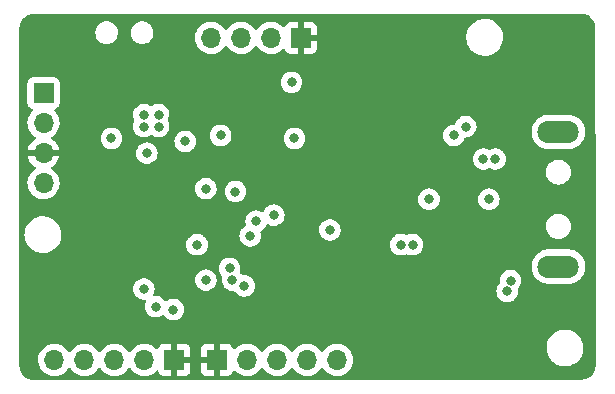
<source format=gbr>
%TF.GenerationSoftware,KiCad,Pcbnew,(6.0.6)*%
%TF.CreationDate,2022-08-05T13:26:10+02:00*%
%TF.ProjectId,stm32_basic,73746d33-325f-4626-9173-69632e6b6963,rev?*%
%TF.SameCoordinates,Original*%
%TF.FileFunction,Copper,L3,Inr*%
%TF.FilePolarity,Positive*%
%FSLAX46Y46*%
G04 Gerber Fmt 4.6, Leading zero omitted, Abs format (unit mm)*
G04 Created by KiCad (PCBNEW (6.0.6)) date 2022-08-05 13:26:10*
%MOMM*%
%LPD*%
G01*
G04 APERTURE LIST*
%TA.AperFunction,ComponentPad*%
%ADD10R,1.700000X1.700000*%
%TD*%
%TA.AperFunction,ComponentPad*%
%ADD11O,1.700000X1.700000*%
%TD*%
%TA.AperFunction,ComponentPad*%
%ADD12O,3.500000X1.900000*%
%TD*%
%TA.AperFunction,ViaPad*%
%ADD13C,0.800000*%
%TD*%
G04 APERTURE END LIST*
D10*
%TO.N,I2C1_SCL*%
%TO.C,J3*%
X131750000Y-94220000D03*
D11*
%TO.N,I2C1_SDA*%
X131750000Y-96760000D03*
%TO.N,+3.3V*%
X131750000Y-99300000D03*
%TO.N,GND*%
X131750000Y-101840000D03*
%TD*%
D12*
%TO.N,Net-(J1-Pad5)*%
%TO.C,J1*%
X175350000Y-108900000D03*
X175350000Y-97500000D03*
%TD*%
D10*
%TO.N,+3.3V*%
%TO.C,J6*%
X142825000Y-116800000D03*
D11*
%TO.N,USART2_CK*%
X140285000Y-116800000D03*
%TO.N,USART2_RX*%
X137745000Y-116800000D03*
%TO.N,USART2_TX*%
X135205000Y-116800000D03*
%TO.N,GND*%
X132665000Y-116800000D03*
%TD*%
D10*
%TO.N,+3.3V*%
%TO.C,J5*%
X146425000Y-116800000D03*
D11*
%TO.N,SPI1_SCK*%
X148965000Y-116800000D03*
%TO.N,SPI1_MISO*%
X151505000Y-116800000D03*
%TO.N,SPI1_MOSI*%
X154045000Y-116800000D03*
%TO.N,GND*%
X156585000Y-116800000D03*
%TD*%
D10*
%TO.N,+3.3V*%
%TO.C,J4*%
X153550000Y-89550000D03*
D11*
%TO.N,UART1_RX*%
X151010000Y-89550000D03*
%TO.N,UART1_TX*%
X148470000Y-89550000D03*
%TO.N,GND*%
X145930000Y-89550000D03*
%TD*%
D13*
%TO.N,GND*%
X140250000Y-97050000D03*
X141500000Y-97050000D03*
X141500000Y-96050000D03*
X169462500Y-103200000D03*
X146750500Y-97800000D03*
X140250000Y-96050000D03*
%TO.N,BUCK_IN*%
X166500000Y-97800000D03*
X162000000Y-107050000D03*
X171000000Y-111000000D03*
X171300000Y-110100000D03*
X167500000Y-97050000D03*
X163000000Y-107050000D03*
%TO.N,+3.3V*%
X136000000Y-98550000D03*
X148000000Y-114050000D03*
X142750000Y-96300000D03*
X136250000Y-111800000D03*
X164250000Y-113800000D03*
X166250000Y-116050000D03*
X167750000Y-114800000D03*
X155500000Y-114050000D03*
X141000000Y-92300000D03*
X159000000Y-104800000D03*
X138000000Y-111800000D03*
X145000000Y-95300000D03*
X141000000Y-101075000D03*
X136000000Y-93300000D03*
X144000000Y-94050000D03*
X164250000Y-93050000D03*
X172750000Y-113800000D03*
%TO.N,NRST*%
X149250000Y-106300000D03*
X153000000Y-98050000D03*
%TO.N,+3.3VA*%
X142750000Y-112550000D03*
X143750000Y-98300500D03*
%TO.N,+5V*%
X169000000Y-99800000D03*
X170000000Y-99800000D03*
X164392866Y-103200000D03*
%TO.N,I2C1_SCL*%
X148000000Y-102550000D03*
X140500000Y-99300000D03*
%TO.N,I2C1_SDA*%
X145500000Y-102300000D03*
X137500000Y-98050000D03*
%TO.N,SPI1_SCK*%
X147500000Y-109050000D03*
%TO.N,SPI1_MISO*%
X147750000Y-110050000D03*
%TO.N,SPI1_MOSI*%
X148750000Y-110550000D03*
%TO.N,USART2_CK*%
X145500000Y-110050000D03*
%TO.N,USART2_TX*%
X140250000Y-110800000D03*
%TO.N,SWDIO*%
X152750000Y-93300000D03*
X156000000Y-105800000D03*
%TO.N,Temperature_ADC*%
X141250000Y-112300000D03*
X144750000Y-107050000D03*
%TO.N,UART1_TX*%
X149750000Y-105050000D03*
%TO.N,UART1_RX*%
X151250000Y-104550000D03*
%TD*%
%TA.AperFunction,Conductor*%
%TO.N,+3.3V*%
G36*
X177270572Y-87508223D02*
G01*
X177293819Y-87511852D01*
X177307786Y-87510032D01*
X177334079Y-87509374D01*
X177382570Y-87513241D01*
X177475853Y-87520680D01*
X177495527Y-87523829D01*
X177607774Y-87551044D01*
X177657168Y-87563021D01*
X177676094Y-87569230D01*
X177829532Y-87633413D01*
X177847248Y-87642531D01*
X177988656Y-87730104D01*
X178004713Y-87741902D01*
X178130537Y-87850663D01*
X178144534Y-87864844D01*
X178251644Y-87992085D01*
X178263230Y-88008295D01*
X178348943Y-88150831D01*
X178357827Y-88168663D01*
X178416006Y-88313022D01*
X178419996Y-88322923D01*
X178425960Y-88341935D01*
X178463035Y-88504075D01*
X178465927Y-88523789D01*
X178474233Y-88648510D01*
X178474910Y-88658683D01*
X178474060Y-88675542D01*
X178474245Y-88675547D01*
X178474022Y-88684520D01*
X178472528Y-88693373D01*
X178476751Y-88729186D01*
X178477617Y-88743862D01*
X178486271Y-106543966D01*
X178491476Y-117250595D01*
X178489968Y-117270092D01*
X178486312Y-117293511D01*
X178488132Y-117307477D01*
X178488790Y-117333773D01*
X178477485Y-117475552D01*
X178474336Y-117495226D01*
X178435145Y-117656869D01*
X178428934Y-117675801D01*
X178364750Y-117829248D01*
X178355634Y-117846960D01*
X178268064Y-117988371D01*
X178256267Y-118004428D01*
X178147499Y-118130266D01*
X178133322Y-118144260D01*
X178006073Y-118251382D01*
X177989870Y-118262963D01*
X177847326Y-118348685D01*
X177829493Y-118357571D01*
X177675227Y-118419747D01*
X177656217Y-118425711D01*
X177494064Y-118462794D01*
X177474364Y-118465684D01*
X177376340Y-118472215D01*
X177339790Y-118474650D01*
X177322599Y-118473785D01*
X177322595Y-118473931D01*
X177313623Y-118473708D01*
X177304772Y-118472215D01*
X177268969Y-118476438D01*
X177254288Y-118477304D01*
X149261552Y-118490696D01*
X130935194Y-118499463D01*
X130915699Y-118497955D01*
X130901150Y-118495684D01*
X130892279Y-118494299D01*
X130878312Y-118496119D01*
X130852019Y-118496777D01*
X130805654Y-118493080D01*
X130710241Y-118485471D01*
X130690567Y-118482322D01*
X130528926Y-118443130D01*
X130509994Y-118436919D01*
X130433271Y-118404827D01*
X130356546Y-118372734D01*
X130338831Y-118363616D01*
X130323036Y-118353834D01*
X130278090Y-118326000D01*
X130197428Y-118276047D01*
X130181371Y-118264250D01*
X130055541Y-118155487D01*
X130041544Y-118141307D01*
X129934425Y-118014059D01*
X129922843Y-117997856D01*
X129837119Y-117855309D01*
X129828237Y-117837482D01*
X129825424Y-117830501D01*
X129774523Y-117704205D01*
X129766062Y-117683212D01*
X129760099Y-117664201D01*
X129723020Y-117502062D01*
X129720128Y-117482349D01*
X129711155Y-117347669D01*
X129712014Y-117330592D01*
X129711855Y-117330588D01*
X129712078Y-117321613D01*
X129713571Y-117312763D01*
X129712520Y-117303848D01*
X129709366Y-117277102D01*
X129708499Y-117262354D01*
X129708467Y-116766695D01*
X131302251Y-116766695D01*
X131302548Y-116771848D01*
X131302548Y-116771851D01*
X131308011Y-116866590D01*
X131315110Y-116989715D01*
X131316247Y-116994761D01*
X131316248Y-116994767D01*
X131330606Y-117058475D01*
X131364222Y-117207639D01*
X131448266Y-117414616D01*
X131485608Y-117475552D01*
X131562291Y-117600688D01*
X131564987Y-117605088D01*
X131711250Y-117773938D01*
X131883126Y-117916632D01*
X132076000Y-118029338D01*
X132284692Y-118109030D01*
X132289760Y-118110061D01*
X132289763Y-118110062D01*
X132389070Y-118130266D01*
X132503597Y-118153567D01*
X132508772Y-118153757D01*
X132508774Y-118153757D01*
X132721673Y-118161564D01*
X132721677Y-118161564D01*
X132726837Y-118161753D01*
X132731957Y-118161097D01*
X132731959Y-118161097D01*
X132943288Y-118134025D01*
X132943289Y-118134025D01*
X132948416Y-118133368D01*
X132953366Y-118131883D01*
X133157429Y-118070661D01*
X133157434Y-118070659D01*
X133162384Y-118069174D01*
X133362994Y-117970896D01*
X133544860Y-117841173D01*
X133555570Y-117830501D01*
X133653479Y-117732933D01*
X133703096Y-117683489D01*
X133708621Y-117675801D01*
X133833453Y-117502077D01*
X133834776Y-117503028D01*
X133881645Y-117459857D01*
X133951580Y-117447625D01*
X134017026Y-117475144D01*
X134044875Y-117506994D01*
X134104987Y-117605088D01*
X134251250Y-117773938D01*
X134423126Y-117916632D01*
X134616000Y-118029338D01*
X134824692Y-118109030D01*
X134829760Y-118110061D01*
X134829763Y-118110062D01*
X134929070Y-118130266D01*
X135043597Y-118153567D01*
X135048772Y-118153757D01*
X135048774Y-118153757D01*
X135261673Y-118161564D01*
X135261677Y-118161564D01*
X135266837Y-118161753D01*
X135271957Y-118161097D01*
X135271959Y-118161097D01*
X135483288Y-118134025D01*
X135483289Y-118134025D01*
X135488416Y-118133368D01*
X135493366Y-118131883D01*
X135697429Y-118070661D01*
X135697434Y-118070659D01*
X135702384Y-118069174D01*
X135902994Y-117970896D01*
X136084860Y-117841173D01*
X136095570Y-117830501D01*
X136193479Y-117732933D01*
X136243096Y-117683489D01*
X136248621Y-117675801D01*
X136373453Y-117502077D01*
X136374776Y-117503028D01*
X136421645Y-117459857D01*
X136491580Y-117447625D01*
X136557026Y-117475144D01*
X136584875Y-117506994D01*
X136644987Y-117605088D01*
X136791250Y-117773938D01*
X136963126Y-117916632D01*
X137156000Y-118029338D01*
X137364692Y-118109030D01*
X137369760Y-118110061D01*
X137369763Y-118110062D01*
X137469070Y-118130266D01*
X137583597Y-118153567D01*
X137588772Y-118153757D01*
X137588774Y-118153757D01*
X137801673Y-118161564D01*
X137801677Y-118161564D01*
X137806837Y-118161753D01*
X137811957Y-118161097D01*
X137811959Y-118161097D01*
X138023288Y-118134025D01*
X138023289Y-118134025D01*
X138028416Y-118133368D01*
X138033366Y-118131883D01*
X138237429Y-118070661D01*
X138237434Y-118070659D01*
X138242384Y-118069174D01*
X138442994Y-117970896D01*
X138624860Y-117841173D01*
X138635570Y-117830501D01*
X138733479Y-117732933D01*
X138783096Y-117683489D01*
X138788621Y-117675801D01*
X138913453Y-117502077D01*
X138914776Y-117503028D01*
X138961645Y-117459857D01*
X139031580Y-117447625D01*
X139097026Y-117475144D01*
X139124875Y-117506994D01*
X139184987Y-117605088D01*
X139331250Y-117773938D01*
X139503126Y-117916632D01*
X139696000Y-118029338D01*
X139904692Y-118109030D01*
X139909760Y-118110061D01*
X139909763Y-118110062D01*
X140009070Y-118130266D01*
X140123597Y-118153567D01*
X140128772Y-118153757D01*
X140128774Y-118153757D01*
X140341673Y-118161564D01*
X140341677Y-118161564D01*
X140346837Y-118161753D01*
X140351957Y-118161097D01*
X140351959Y-118161097D01*
X140563288Y-118134025D01*
X140563289Y-118134025D01*
X140568416Y-118133368D01*
X140573366Y-118131883D01*
X140777429Y-118070661D01*
X140777434Y-118070659D01*
X140782384Y-118069174D01*
X140982994Y-117970896D01*
X141164860Y-117841173D01*
X141175570Y-117830501D01*
X141273479Y-117732933D01*
X141335851Y-117699017D01*
X141406658Y-117704205D01*
X141463419Y-117746851D01*
X141480401Y-117777954D01*
X141521676Y-117888054D01*
X141530214Y-117903649D01*
X141606715Y-118005724D01*
X141619276Y-118018285D01*
X141721351Y-118094786D01*
X141736946Y-118103324D01*
X141857394Y-118148478D01*
X141872649Y-118152105D01*
X141923514Y-118157631D01*
X141930328Y-118158000D01*
X142552885Y-118158000D01*
X142568124Y-118153525D01*
X142569329Y-118152135D01*
X142571000Y-118144452D01*
X142571000Y-118139884D01*
X143079000Y-118139884D01*
X143083475Y-118155123D01*
X143084865Y-118156328D01*
X143092548Y-118157999D01*
X143719669Y-118157999D01*
X143726490Y-118157629D01*
X143777352Y-118152105D01*
X143792604Y-118148479D01*
X143913054Y-118103324D01*
X143928649Y-118094786D01*
X144030724Y-118018285D01*
X144043285Y-118005724D01*
X144119786Y-117903649D01*
X144128324Y-117888054D01*
X144173478Y-117767606D01*
X144177105Y-117752351D01*
X144182631Y-117701486D01*
X144183000Y-117694672D01*
X144183000Y-117694669D01*
X145067001Y-117694669D01*
X145067371Y-117701490D01*
X145072895Y-117752352D01*
X145076521Y-117767604D01*
X145121676Y-117888054D01*
X145130214Y-117903649D01*
X145206715Y-118005724D01*
X145219276Y-118018285D01*
X145321351Y-118094786D01*
X145336946Y-118103324D01*
X145457394Y-118148478D01*
X145472649Y-118152105D01*
X145523514Y-118157631D01*
X145530328Y-118158000D01*
X146152885Y-118158000D01*
X146168124Y-118153525D01*
X146169329Y-118152135D01*
X146171000Y-118144452D01*
X146171000Y-118139884D01*
X146679000Y-118139884D01*
X146683475Y-118155123D01*
X146684865Y-118156328D01*
X146692548Y-118157999D01*
X147319669Y-118157999D01*
X147326490Y-118157629D01*
X147377352Y-118152105D01*
X147392604Y-118148479D01*
X147513054Y-118103324D01*
X147528649Y-118094786D01*
X147630724Y-118018285D01*
X147643285Y-118005724D01*
X147719786Y-117903649D01*
X147728324Y-117888054D01*
X147769225Y-117778952D01*
X147811867Y-117722188D01*
X147878428Y-117697488D01*
X147947777Y-117712696D01*
X147982444Y-117740684D01*
X148007865Y-117770031D01*
X148007869Y-117770035D01*
X148011250Y-117773938D01*
X148183126Y-117916632D01*
X148376000Y-118029338D01*
X148584692Y-118109030D01*
X148589760Y-118110061D01*
X148589763Y-118110062D01*
X148689070Y-118130266D01*
X148803597Y-118153567D01*
X148808772Y-118153757D01*
X148808774Y-118153757D01*
X149021673Y-118161564D01*
X149021677Y-118161564D01*
X149026837Y-118161753D01*
X149031957Y-118161097D01*
X149031959Y-118161097D01*
X149243288Y-118134025D01*
X149243289Y-118134025D01*
X149248416Y-118133368D01*
X149253366Y-118131883D01*
X149457429Y-118070661D01*
X149457434Y-118070659D01*
X149462384Y-118069174D01*
X149662994Y-117970896D01*
X149844860Y-117841173D01*
X149855570Y-117830501D01*
X149953479Y-117732933D01*
X150003096Y-117683489D01*
X150008621Y-117675801D01*
X150133453Y-117502077D01*
X150134776Y-117503028D01*
X150181645Y-117459857D01*
X150251580Y-117447625D01*
X150317026Y-117475144D01*
X150344875Y-117506994D01*
X150404987Y-117605088D01*
X150551250Y-117773938D01*
X150723126Y-117916632D01*
X150916000Y-118029338D01*
X151124692Y-118109030D01*
X151129760Y-118110061D01*
X151129763Y-118110062D01*
X151229070Y-118130266D01*
X151343597Y-118153567D01*
X151348772Y-118153757D01*
X151348774Y-118153757D01*
X151561673Y-118161564D01*
X151561677Y-118161564D01*
X151566837Y-118161753D01*
X151571957Y-118161097D01*
X151571959Y-118161097D01*
X151783288Y-118134025D01*
X151783289Y-118134025D01*
X151788416Y-118133368D01*
X151793366Y-118131883D01*
X151997429Y-118070661D01*
X151997434Y-118070659D01*
X152002384Y-118069174D01*
X152202994Y-117970896D01*
X152384860Y-117841173D01*
X152395570Y-117830501D01*
X152493479Y-117732933D01*
X152543096Y-117683489D01*
X152548621Y-117675801D01*
X152673453Y-117502077D01*
X152674776Y-117503028D01*
X152721645Y-117459857D01*
X152791580Y-117447625D01*
X152857026Y-117475144D01*
X152884875Y-117506994D01*
X152944987Y-117605088D01*
X153091250Y-117773938D01*
X153263126Y-117916632D01*
X153456000Y-118029338D01*
X153664692Y-118109030D01*
X153669760Y-118110061D01*
X153669763Y-118110062D01*
X153769070Y-118130266D01*
X153883597Y-118153567D01*
X153888772Y-118153757D01*
X153888774Y-118153757D01*
X154101673Y-118161564D01*
X154101677Y-118161564D01*
X154106837Y-118161753D01*
X154111957Y-118161097D01*
X154111959Y-118161097D01*
X154323288Y-118134025D01*
X154323289Y-118134025D01*
X154328416Y-118133368D01*
X154333366Y-118131883D01*
X154537429Y-118070661D01*
X154537434Y-118070659D01*
X154542384Y-118069174D01*
X154742994Y-117970896D01*
X154924860Y-117841173D01*
X154935570Y-117830501D01*
X155033479Y-117732933D01*
X155083096Y-117683489D01*
X155088621Y-117675801D01*
X155213453Y-117502077D01*
X155214776Y-117503028D01*
X155261645Y-117459857D01*
X155331580Y-117447625D01*
X155397026Y-117475144D01*
X155424875Y-117506994D01*
X155484987Y-117605088D01*
X155631250Y-117773938D01*
X155803126Y-117916632D01*
X155996000Y-118029338D01*
X156204692Y-118109030D01*
X156209760Y-118110061D01*
X156209763Y-118110062D01*
X156309070Y-118130266D01*
X156423597Y-118153567D01*
X156428772Y-118153757D01*
X156428774Y-118153757D01*
X156641673Y-118161564D01*
X156641677Y-118161564D01*
X156646837Y-118161753D01*
X156651957Y-118161097D01*
X156651959Y-118161097D01*
X156863288Y-118134025D01*
X156863289Y-118134025D01*
X156868416Y-118133368D01*
X156873366Y-118131883D01*
X157077429Y-118070661D01*
X157077434Y-118070659D01*
X157082384Y-118069174D01*
X157282994Y-117970896D01*
X157464860Y-117841173D01*
X157475570Y-117830501D01*
X157573479Y-117732933D01*
X157623096Y-117683489D01*
X157628621Y-117675801D01*
X157750435Y-117506277D01*
X157753453Y-117502077D01*
X157766563Y-117475552D01*
X157850136Y-117306453D01*
X157850137Y-117306451D01*
X157852430Y-117301811D01*
X157917370Y-117088069D01*
X157946529Y-116866590D01*
X157948156Y-116800000D01*
X157929852Y-116577361D01*
X157875431Y-116360702D01*
X157786354Y-116155840D01*
X157746906Y-116094862D01*
X157667822Y-115972617D01*
X157667820Y-115972614D01*
X157665014Y-115968277D01*
X157561547Y-115854568D01*
X174337382Y-115854568D01*
X174337963Y-115859588D01*
X174337963Y-115859592D01*
X174347082Y-115938401D01*
X174366208Y-116103699D01*
X174367587Y-116108573D01*
X174367588Y-116108577D01*
X174433116Y-116340148D01*
X174434494Y-116345017D01*
X174436628Y-116349592D01*
X174436630Y-116349599D01*
X174538347Y-116567731D01*
X174540484Y-116572313D01*
X174543326Y-116576494D01*
X174543326Y-116576495D01*
X174678605Y-116775552D01*
X174678608Y-116775556D01*
X174681451Y-116779739D01*
X174684928Y-116783416D01*
X174684929Y-116783417D01*
X174785238Y-116889491D01*
X174853767Y-116961959D01*
X174857793Y-116965037D01*
X174857794Y-116965038D01*
X175048981Y-117111212D01*
X175048985Y-117111215D01*
X175053001Y-117114285D01*
X175274026Y-117232797D01*
X175278807Y-117234443D01*
X175278811Y-117234445D01*
X175487937Y-117306453D01*
X175511156Y-117314448D01*
X175600128Y-117329816D01*
X175754380Y-117356460D01*
X175754386Y-117356461D01*
X175758290Y-117357135D01*
X175762251Y-117357315D01*
X175762252Y-117357315D01*
X175786931Y-117358436D01*
X175786950Y-117358436D01*
X175788350Y-117358500D01*
X175963015Y-117358500D01*
X175965523Y-117358298D01*
X175965528Y-117358298D01*
X176144944Y-117343863D01*
X176144949Y-117343862D01*
X176149985Y-117343457D01*
X176154893Y-117342252D01*
X176154896Y-117342251D01*
X176388625Y-117284841D01*
X176393539Y-117283634D01*
X176398191Y-117281659D01*
X176398195Y-117281658D01*
X176619741Y-117187617D01*
X176619742Y-117187617D01*
X176624396Y-117185641D01*
X176836615Y-117052000D01*
X177024738Y-116886147D01*
X177183924Y-116692351D01*
X177310078Y-116475596D01*
X177399955Y-116241461D01*
X177418751Y-116151492D01*
X177450206Y-116000921D01*
X177451241Y-115995967D01*
X177452302Y-115972617D01*
X177457662Y-115854568D01*
X177462618Y-115745432D01*
X177458744Y-115711946D01*
X177443675Y-115581715D01*
X177433792Y-115496301D01*
X177427924Y-115475562D01*
X177366884Y-115259852D01*
X177366883Y-115259850D01*
X177365506Y-115254983D01*
X177363372Y-115250408D01*
X177363370Y-115250401D01*
X177261653Y-115032269D01*
X177261651Y-115032265D01*
X177259516Y-115027687D01*
X177256674Y-115023505D01*
X177121395Y-114824448D01*
X177121392Y-114824444D01*
X177118549Y-114820261D01*
X177017925Y-114713853D01*
X176949713Y-114641721D01*
X176946233Y-114638041D01*
X176942206Y-114634962D01*
X176751019Y-114488788D01*
X176751015Y-114488785D01*
X176746999Y-114485715D01*
X176525974Y-114367203D01*
X176521193Y-114365557D01*
X176521189Y-114365555D01*
X176293633Y-114287201D01*
X176288844Y-114285552D01*
X176185311Y-114267669D01*
X176045620Y-114243540D01*
X176045614Y-114243539D01*
X176041710Y-114242865D01*
X176037749Y-114242685D01*
X176037748Y-114242685D01*
X176013069Y-114241564D01*
X176013050Y-114241564D01*
X176011650Y-114241500D01*
X175836985Y-114241500D01*
X175834477Y-114241702D01*
X175834472Y-114241702D01*
X175655056Y-114256137D01*
X175655051Y-114256138D01*
X175650015Y-114256543D01*
X175645107Y-114257748D01*
X175645104Y-114257749D01*
X175413326Y-114314680D01*
X175406461Y-114316366D01*
X175401809Y-114318341D01*
X175401805Y-114318342D01*
X175281061Y-114369595D01*
X175175604Y-114414359D01*
X174963385Y-114548000D01*
X174775262Y-114713853D01*
X174616076Y-114907649D01*
X174489922Y-115124404D01*
X174400045Y-115358539D01*
X174399012Y-115363485D01*
X174399010Y-115363491D01*
X174361435Y-115543357D01*
X174348759Y-115604033D01*
X174348530Y-115609082D01*
X174348529Y-115609088D01*
X174345863Y-115667800D01*
X174337382Y-115854568D01*
X157561547Y-115854568D01*
X157514670Y-115803051D01*
X157510619Y-115799852D01*
X157510615Y-115799848D01*
X157343414Y-115667800D01*
X157343410Y-115667798D01*
X157339359Y-115664598D01*
X157143789Y-115556638D01*
X157138920Y-115554914D01*
X157138916Y-115554912D01*
X156938087Y-115483795D01*
X156938083Y-115483794D01*
X156933212Y-115482069D01*
X156928119Y-115481162D01*
X156928116Y-115481161D01*
X156718373Y-115443800D01*
X156718367Y-115443799D01*
X156713284Y-115442894D01*
X156639452Y-115441992D01*
X156495081Y-115440228D01*
X156495079Y-115440228D01*
X156489911Y-115440165D01*
X156269091Y-115473955D01*
X156056756Y-115543357D01*
X155858607Y-115646507D01*
X155854474Y-115649610D01*
X155854471Y-115649612D01*
X155684100Y-115777530D01*
X155679965Y-115780635D01*
X155525629Y-115942138D01*
X155418201Y-116099621D01*
X155363293Y-116144621D01*
X155292768Y-116152792D01*
X155229021Y-116121538D01*
X155208324Y-116097054D01*
X155127822Y-115972617D01*
X155127820Y-115972614D01*
X155125014Y-115968277D01*
X154974670Y-115803051D01*
X154970619Y-115799852D01*
X154970615Y-115799848D01*
X154803414Y-115667800D01*
X154803410Y-115667798D01*
X154799359Y-115664598D01*
X154603789Y-115556638D01*
X154598920Y-115554914D01*
X154598916Y-115554912D01*
X154398087Y-115483795D01*
X154398083Y-115483794D01*
X154393212Y-115482069D01*
X154388119Y-115481162D01*
X154388116Y-115481161D01*
X154178373Y-115443800D01*
X154178367Y-115443799D01*
X154173284Y-115442894D01*
X154099452Y-115441992D01*
X153955081Y-115440228D01*
X153955079Y-115440228D01*
X153949911Y-115440165D01*
X153729091Y-115473955D01*
X153516756Y-115543357D01*
X153318607Y-115646507D01*
X153314474Y-115649610D01*
X153314471Y-115649612D01*
X153144100Y-115777530D01*
X153139965Y-115780635D01*
X152985629Y-115942138D01*
X152878201Y-116099621D01*
X152823293Y-116144621D01*
X152752768Y-116152792D01*
X152689021Y-116121538D01*
X152668324Y-116097054D01*
X152587822Y-115972617D01*
X152587820Y-115972614D01*
X152585014Y-115968277D01*
X152434670Y-115803051D01*
X152430619Y-115799852D01*
X152430615Y-115799848D01*
X152263414Y-115667800D01*
X152263410Y-115667798D01*
X152259359Y-115664598D01*
X152063789Y-115556638D01*
X152058920Y-115554914D01*
X152058916Y-115554912D01*
X151858087Y-115483795D01*
X151858083Y-115483794D01*
X151853212Y-115482069D01*
X151848119Y-115481162D01*
X151848116Y-115481161D01*
X151638373Y-115443800D01*
X151638367Y-115443799D01*
X151633284Y-115442894D01*
X151559452Y-115441992D01*
X151415081Y-115440228D01*
X151415079Y-115440228D01*
X151409911Y-115440165D01*
X151189091Y-115473955D01*
X150976756Y-115543357D01*
X150778607Y-115646507D01*
X150774474Y-115649610D01*
X150774471Y-115649612D01*
X150604100Y-115777530D01*
X150599965Y-115780635D01*
X150445629Y-115942138D01*
X150338201Y-116099621D01*
X150283293Y-116144621D01*
X150212768Y-116152792D01*
X150149021Y-116121538D01*
X150128324Y-116097054D01*
X150047822Y-115972617D01*
X150047820Y-115972614D01*
X150045014Y-115968277D01*
X149894670Y-115803051D01*
X149890619Y-115799852D01*
X149890615Y-115799848D01*
X149723414Y-115667800D01*
X149723410Y-115667798D01*
X149719359Y-115664598D01*
X149523789Y-115556638D01*
X149518920Y-115554914D01*
X149518916Y-115554912D01*
X149318087Y-115483795D01*
X149318083Y-115483794D01*
X149313212Y-115482069D01*
X149308119Y-115481162D01*
X149308116Y-115481161D01*
X149098373Y-115443800D01*
X149098367Y-115443799D01*
X149093284Y-115442894D01*
X149019452Y-115441992D01*
X148875081Y-115440228D01*
X148875079Y-115440228D01*
X148869911Y-115440165D01*
X148649091Y-115473955D01*
X148436756Y-115543357D01*
X148238607Y-115646507D01*
X148234474Y-115649610D01*
X148234471Y-115649612D01*
X148064100Y-115777530D01*
X148059965Y-115780635D01*
X148056393Y-115784373D01*
X147978898Y-115865466D01*
X147917374Y-115900895D01*
X147846462Y-115897438D01*
X147788676Y-115856192D01*
X147769823Y-115822644D01*
X147728324Y-115711946D01*
X147719786Y-115696351D01*
X147643285Y-115594276D01*
X147630724Y-115581715D01*
X147528649Y-115505214D01*
X147513054Y-115496676D01*
X147392606Y-115451522D01*
X147377351Y-115447895D01*
X147326486Y-115442369D01*
X147319672Y-115442000D01*
X146697115Y-115442000D01*
X146681876Y-115446475D01*
X146680671Y-115447865D01*
X146679000Y-115455548D01*
X146679000Y-118139884D01*
X146171000Y-118139884D01*
X146171000Y-117072115D01*
X146166525Y-117056876D01*
X146165135Y-117055671D01*
X146157452Y-117054000D01*
X145085116Y-117054000D01*
X145069877Y-117058475D01*
X145068672Y-117059865D01*
X145067001Y-117067548D01*
X145067001Y-117694669D01*
X144183000Y-117694669D01*
X144183000Y-117072115D01*
X144178525Y-117056876D01*
X144177135Y-117055671D01*
X144169452Y-117054000D01*
X143097115Y-117054000D01*
X143081876Y-117058475D01*
X143080671Y-117059865D01*
X143079000Y-117067548D01*
X143079000Y-118139884D01*
X142571000Y-118139884D01*
X142571000Y-116527885D01*
X143079000Y-116527885D01*
X143083475Y-116543124D01*
X143084865Y-116544329D01*
X143092548Y-116546000D01*
X144164884Y-116546000D01*
X144180123Y-116541525D01*
X144181328Y-116540135D01*
X144182999Y-116532452D01*
X144182999Y-116527885D01*
X145067000Y-116527885D01*
X145071475Y-116543124D01*
X145072865Y-116544329D01*
X145080548Y-116546000D01*
X146152885Y-116546000D01*
X146168124Y-116541525D01*
X146169329Y-116540135D01*
X146171000Y-116532452D01*
X146171000Y-115460116D01*
X146166525Y-115444877D01*
X146165135Y-115443672D01*
X146157452Y-115442001D01*
X145530331Y-115442001D01*
X145523510Y-115442371D01*
X145472648Y-115447895D01*
X145457396Y-115451521D01*
X145336946Y-115496676D01*
X145321351Y-115505214D01*
X145219276Y-115581715D01*
X145206715Y-115594276D01*
X145130214Y-115696351D01*
X145121676Y-115711946D01*
X145076522Y-115832394D01*
X145072895Y-115847649D01*
X145067369Y-115898514D01*
X145067000Y-115905328D01*
X145067000Y-116527885D01*
X144182999Y-116527885D01*
X144182999Y-115905331D01*
X144182629Y-115898510D01*
X144177105Y-115847648D01*
X144173479Y-115832396D01*
X144128324Y-115711946D01*
X144119786Y-115696351D01*
X144043285Y-115594276D01*
X144030724Y-115581715D01*
X143928649Y-115505214D01*
X143913054Y-115496676D01*
X143792606Y-115451522D01*
X143777351Y-115447895D01*
X143726486Y-115442369D01*
X143719672Y-115442000D01*
X143097115Y-115442000D01*
X143081876Y-115446475D01*
X143080671Y-115447865D01*
X143079000Y-115455548D01*
X143079000Y-116527885D01*
X142571000Y-116527885D01*
X142571000Y-115460116D01*
X142566525Y-115444877D01*
X142565135Y-115443672D01*
X142557452Y-115442001D01*
X141930331Y-115442001D01*
X141923510Y-115442371D01*
X141872648Y-115447895D01*
X141857396Y-115451521D01*
X141736946Y-115496676D01*
X141721351Y-115505214D01*
X141619276Y-115581715D01*
X141606715Y-115594276D01*
X141530214Y-115696351D01*
X141521676Y-115711946D01*
X141480297Y-115822322D01*
X141437655Y-115879087D01*
X141371093Y-115903786D01*
X141301744Y-115888578D01*
X141269121Y-115862891D01*
X141218151Y-115806876D01*
X141218145Y-115806870D01*
X141214670Y-115803051D01*
X141210619Y-115799852D01*
X141210615Y-115799848D01*
X141043414Y-115667800D01*
X141043410Y-115667798D01*
X141039359Y-115664598D01*
X140843789Y-115556638D01*
X140838920Y-115554914D01*
X140838916Y-115554912D01*
X140638087Y-115483795D01*
X140638083Y-115483794D01*
X140633212Y-115482069D01*
X140628119Y-115481162D01*
X140628116Y-115481161D01*
X140418373Y-115443800D01*
X140418367Y-115443799D01*
X140413284Y-115442894D01*
X140339452Y-115441992D01*
X140195081Y-115440228D01*
X140195079Y-115440228D01*
X140189911Y-115440165D01*
X139969091Y-115473955D01*
X139756756Y-115543357D01*
X139558607Y-115646507D01*
X139554474Y-115649610D01*
X139554471Y-115649612D01*
X139384100Y-115777530D01*
X139379965Y-115780635D01*
X139225629Y-115942138D01*
X139118201Y-116099621D01*
X139063293Y-116144621D01*
X138992768Y-116152792D01*
X138929021Y-116121538D01*
X138908324Y-116097054D01*
X138827822Y-115972617D01*
X138827820Y-115972614D01*
X138825014Y-115968277D01*
X138674670Y-115803051D01*
X138670619Y-115799852D01*
X138670615Y-115799848D01*
X138503414Y-115667800D01*
X138503410Y-115667798D01*
X138499359Y-115664598D01*
X138303789Y-115556638D01*
X138298920Y-115554914D01*
X138298916Y-115554912D01*
X138098087Y-115483795D01*
X138098083Y-115483794D01*
X138093212Y-115482069D01*
X138088119Y-115481162D01*
X138088116Y-115481161D01*
X137878373Y-115443800D01*
X137878367Y-115443799D01*
X137873284Y-115442894D01*
X137799452Y-115441992D01*
X137655081Y-115440228D01*
X137655079Y-115440228D01*
X137649911Y-115440165D01*
X137429091Y-115473955D01*
X137216756Y-115543357D01*
X137018607Y-115646507D01*
X137014474Y-115649610D01*
X137014471Y-115649612D01*
X136844100Y-115777530D01*
X136839965Y-115780635D01*
X136685629Y-115942138D01*
X136578201Y-116099621D01*
X136523293Y-116144621D01*
X136452768Y-116152792D01*
X136389021Y-116121538D01*
X136368324Y-116097054D01*
X136287822Y-115972617D01*
X136287820Y-115972614D01*
X136285014Y-115968277D01*
X136134670Y-115803051D01*
X136130619Y-115799852D01*
X136130615Y-115799848D01*
X135963414Y-115667800D01*
X135963410Y-115667798D01*
X135959359Y-115664598D01*
X135763789Y-115556638D01*
X135758920Y-115554914D01*
X135758916Y-115554912D01*
X135558087Y-115483795D01*
X135558083Y-115483794D01*
X135553212Y-115482069D01*
X135548119Y-115481162D01*
X135548116Y-115481161D01*
X135338373Y-115443800D01*
X135338367Y-115443799D01*
X135333284Y-115442894D01*
X135259452Y-115441992D01*
X135115081Y-115440228D01*
X135115079Y-115440228D01*
X135109911Y-115440165D01*
X134889091Y-115473955D01*
X134676756Y-115543357D01*
X134478607Y-115646507D01*
X134474474Y-115649610D01*
X134474471Y-115649612D01*
X134304100Y-115777530D01*
X134299965Y-115780635D01*
X134145629Y-115942138D01*
X134038201Y-116099621D01*
X133983293Y-116144621D01*
X133912768Y-116152792D01*
X133849021Y-116121538D01*
X133828324Y-116097054D01*
X133747822Y-115972617D01*
X133747820Y-115972614D01*
X133745014Y-115968277D01*
X133594670Y-115803051D01*
X133590619Y-115799852D01*
X133590615Y-115799848D01*
X133423414Y-115667800D01*
X133423410Y-115667798D01*
X133419359Y-115664598D01*
X133223789Y-115556638D01*
X133218920Y-115554914D01*
X133218916Y-115554912D01*
X133018087Y-115483795D01*
X133018083Y-115483794D01*
X133013212Y-115482069D01*
X133008119Y-115481162D01*
X133008116Y-115481161D01*
X132798373Y-115443800D01*
X132798367Y-115443799D01*
X132793284Y-115442894D01*
X132719452Y-115441992D01*
X132575081Y-115440228D01*
X132575079Y-115440228D01*
X132569911Y-115440165D01*
X132349091Y-115473955D01*
X132136756Y-115543357D01*
X131938607Y-115646507D01*
X131934474Y-115649610D01*
X131934471Y-115649612D01*
X131764100Y-115777530D01*
X131759965Y-115780635D01*
X131605629Y-115942138D01*
X131479743Y-116126680D01*
X131385688Y-116329305D01*
X131325989Y-116544570D01*
X131302251Y-116766695D01*
X129708467Y-116766695D01*
X129708084Y-110800000D01*
X139336496Y-110800000D01*
X139337186Y-110806565D01*
X139353011Y-110957128D01*
X139356458Y-110989928D01*
X139415473Y-111171556D01*
X139510960Y-111336944D01*
X139515378Y-111341851D01*
X139515379Y-111341852D01*
X139542125Y-111371556D01*
X139638747Y-111478866D01*
X139793248Y-111591118D01*
X139799276Y-111593802D01*
X139799278Y-111593803D01*
X139906408Y-111641500D01*
X139967712Y-111668794D01*
X140061112Y-111688647D01*
X140148056Y-111707128D01*
X140148061Y-111707128D01*
X140154513Y-111708500D01*
X140324220Y-111708500D01*
X140392341Y-111728502D01*
X140438834Y-111782158D01*
X140448938Y-111852432D01*
X140433338Y-111897501D01*
X140415473Y-111928444D01*
X140356458Y-112110072D01*
X140336496Y-112300000D01*
X140337186Y-112306565D01*
X140343500Y-112366635D01*
X140356458Y-112489928D01*
X140415473Y-112671556D01*
X140510960Y-112836944D01*
X140515378Y-112841851D01*
X140515379Y-112841852D01*
X140587145Y-112921556D01*
X140638747Y-112978866D01*
X140793248Y-113091118D01*
X140799276Y-113093802D01*
X140799278Y-113093803D01*
X140961681Y-113166109D01*
X140967712Y-113168794D01*
X141061112Y-113188647D01*
X141148056Y-113207128D01*
X141148061Y-113207128D01*
X141154513Y-113208500D01*
X141345487Y-113208500D01*
X141351939Y-113207128D01*
X141351944Y-113207128D01*
X141438887Y-113188647D01*
X141532288Y-113168794D01*
X141538319Y-113166109D01*
X141700722Y-113093803D01*
X141700724Y-113093802D01*
X141706752Y-113091118D01*
X141809550Y-113016431D01*
X141876416Y-112992573D01*
X141945568Y-113008653D01*
X141992729Y-113055367D01*
X142010960Y-113086944D01*
X142138747Y-113228866D01*
X142293248Y-113341118D01*
X142299276Y-113343802D01*
X142299278Y-113343803D01*
X142461681Y-113416109D01*
X142467712Y-113418794D01*
X142561113Y-113438647D01*
X142648056Y-113457128D01*
X142648061Y-113457128D01*
X142654513Y-113458500D01*
X142845487Y-113458500D01*
X142851939Y-113457128D01*
X142851944Y-113457128D01*
X142938887Y-113438647D01*
X143032288Y-113418794D01*
X143038319Y-113416109D01*
X143200722Y-113343803D01*
X143200724Y-113343802D01*
X143206752Y-113341118D01*
X143361253Y-113228866D01*
X143489040Y-113086944D01*
X143584527Y-112921556D01*
X143643542Y-112739928D01*
X143663504Y-112550000D01*
X143657190Y-112489928D01*
X143644232Y-112366635D01*
X143644232Y-112366633D01*
X143643542Y-112360072D01*
X143584527Y-112178444D01*
X143489040Y-112013056D01*
X143414779Y-111930580D01*
X143365675Y-111876045D01*
X143365674Y-111876044D01*
X143361253Y-111871134D01*
X143206752Y-111758882D01*
X143200724Y-111756198D01*
X143200722Y-111756197D01*
X143038319Y-111683891D01*
X143038318Y-111683891D01*
X143032288Y-111681206D01*
X142938888Y-111661353D01*
X142851944Y-111642872D01*
X142851939Y-111642872D01*
X142845487Y-111641500D01*
X142654513Y-111641500D01*
X142648061Y-111642872D01*
X142648056Y-111642872D01*
X142561112Y-111661353D01*
X142467712Y-111681206D01*
X142461682Y-111683891D01*
X142461681Y-111683891D01*
X142299278Y-111756197D01*
X142299276Y-111756198D01*
X142293248Y-111758882D01*
X142287907Y-111762762D01*
X142287906Y-111762763D01*
X142190451Y-111833569D01*
X142123584Y-111857427D01*
X142054432Y-111841347D01*
X142007271Y-111794633D01*
X142003001Y-111787237D01*
X141989040Y-111763056D01*
X141957928Y-111728502D01*
X141865675Y-111626045D01*
X141865674Y-111626044D01*
X141861253Y-111621134D01*
X141706752Y-111508882D01*
X141700724Y-111506198D01*
X141700722Y-111506197D01*
X141538319Y-111433891D01*
X141538318Y-111433891D01*
X141532288Y-111431206D01*
X141438887Y-111411353D01*
X141351944Y-111392872D01*
X141351939Y-111392872D01*
X141345487Y-111391500D01*
X141175780Y-111391500D01*
X141107659Y-111371498D01*
X141061166Y-111317842D01*
X141051062Y-111247568D01*
X141066662Y-111202499D01*
X141081222Y-111177281D01*
X141081223Y-111177278D01*
X141084527Y-111171556D01*
X141143542Y-110989928D01*
X141146990Y-110957128D01*
X141162814Y-110806565D01*
X141163504Y-110800000D01*
X141157190Y-110739928D01*
X141144232Y-110616635D01*
X141144232Y-110616633D01*
X141143542Y-110610072D01*
X141084527Y-110428444D01*
X140989040Y-110263056D01*
X140968216Y-110239928D01*
X140865675Y-110126045D01*
X140865674Y-110126044D01*
X140861253Y-110121134D01*
X140763346Y-110050000D01*
X144586496Y-110050000D01*
X144587186Y-110056565D01*
X144601405Y-110191847D01*
X144606458Y-110239928D01*
X144665473Y-110421556D01*
X144760960Y-110586944D01*
X144765378Y-110591851D01*
X144765379Y-110591852D01*
X144803986Y-110634729D01*
X144888747Y-110728866D01*
X145043248Y-110841118D01*
X145049276Y-110843802D01*
X145049278Y-110843803D01*
X145209799Y-110915271D01*
X145217712Y-110918794D01*
X145311113Y-110938647D01*
X145398056Y-110957128D01*
X145398061Y-110957128D01*
X145404513Y-110958500D01*
X145595487Y-110958500D01*
X145601939Y-110957128D01*
X145601944Y-110957128D01*
X145688887Y-110938647D01*
X145782288Y-110918794D01*
X145790201Y-110915271D01*
X145950722Y-110843803D01*
X145950724Y-110843802D01*
X145956752Y-110841118D01*
X146111253Y-110728866D01*
X146196014Y-110634729D01*
X146234621Y-110591852D01*
X146234622Y-110591851D01*
X146239040Y-110586944D01*
X146334527Y-110421556D01*
X146393542Y-110239928D01*
X146398596Y-110191847D01*
X146412814Y-110056565D01*
X146413504Y-110050000D01*
X146401301Y-109933891D01*
X146394232Y-109866635D01*
X146394232Y-109866633D01*
X146393542Y-109860072D01*
X146334527Y-109678444D01*
X146313990Y-109642872D01*
X146297314Y-109613990D01*
X146239040Y-109513056D01*
X146152330Y-109416754D01*
X146115675Y-109376045D01*
X146115674Y-109376044D01*
X146111253Y-109371134D01*
X145956752Y-109258882D01*
X145950724Y-109256198D01*
X145950722Y-109256197D01*
X145788319Y-109183891D01*
X145788318Y-109183891D01*
X145782288Y-109181206D01*
X145688887Y-109161353D01*
X145601944Y-109142872D01*
X145601939Y-109142872D01*
X145595487Y-109141500D01*
X145404513Y-109141500D01*
X145398061Y-109142872D01*
X145398056Y-109142872D01*
X145311112Y-109161353D01*
X145217712Y-109181206D01*
X145211682Y-109183891D01*
X145211681Y-109183891D01*
X145049278Y-109256197D01*
X145049276Y-109256198D01*
X145043248Y-109258882D01*
X144888747Y-109371134D01*
X144884326Y-109376044D01*
X144884325Y-109376045D01*
X144847671Y-109416754D01*
X144760960Y-109513056D01*
X144702686Y-109613990D01*
X144686011Y-109642872D01*
X144665473Y-109678444D01*
X144606458Y-109860072D01*
X144605768Y-109866633D01*
X144605768Y-109866635D01*
X144598699Y-109933891D01*
X144586496Y-110050000D01*
X140763346Y-110050000D01*
X140749950Y-110040267D01*
X140712094Y-110012763D01*
X140712093Y-110012762D01*
X140706752Y-110008882D01*
X140700724Y-110006198D01*
X140700722Y-110006197D01*
X140538319Y-109933891D01*
X140538318Y-109933891D01*
X140532288Y-109931206D01*
X140432861Y-109910072D01*
X140351944Y-109892872D01*
X140351939Y-109892872D01*
X140345487Y-109891500D01*
X140154513Y-109891500D01*
X140148061Y-109892872D01*
X140148056Y-109892872D01*
X140067139Y-109910072D01*
X139967712Y-109931206D01*
X139961682Y-109933891D01*
X139961681Y-109933891D01*
X139799278Y-110006197D01*
X139799276Y-110006198D01*
X139793248Y-110008882D01*
X139787907Y-110012762D01*
X139787906Y-110012763D01*
X139750050Y-110040267D01*
X139638747Y-110121134D01*
X139634326Y-110126044D01*
X139634325Y-110126045D01*
X139531785Y-110239928D01*
X139510960Y-110263056D01*
X139415473Y-110428444D01*
X139356458Y-110610072D01*
X139355768Y-110616633D01*
X139355768Y-110616635D01*
X139342810Y-110739928D01*
X139336496Y-110800000D01*
X129708084Y-110800000D01*
X129707972Y-109050000D01*
X146586496Y-109050000D01*
X146606458Y-109239928D01*
X146665473Y-109421556D01*
X146760960Y-109586944D01*
X146845834Y-109681206D01*
X146847671Y-109683246D01*
X146878388Y-109747254D01*
X146873867Y-109806492D01*
X146856458Y-109860072D01*
X146855768Y-109866633D01*
X146855768Y-109866635D01*
X146848699Y-109933891D01*
X146836496Y-110050000D01*
X146837186Y-110056565D01*
X146851405Y-110191847D01*
X146856458Y-110239928D01*
X146915473Y-110421556D01*
X147010960Y-110586944D01*
X147015378Y-110591851D01*
X147015379Y-110591852D01*
X147053986Y-110634729D01*
X147138747Y-110728866D01*
X147293248Y-110841118D01*
X147299276Y-110843802D01*
X147299278Y-110843803D01*
X147459799Y-110915271D01*
X147467712Y-110918794D01*
X147561113Y-110938647D01*
X147648056Y-110957128D01*
X147648061Y-110957128D01*
X147654513Y-110958500D01*
X147845487Y-110958500D01*
X147850401Y-110957456D01*
X147919662Y-110970122D01*
X147972112Y-111019658D01*
X148010960Y-111086944D01*
X148138747Y-111228866D01*
X148293248Y-111341118D01*
X148299276Y-111343802D01*
X148299278Y-111343803D01*
X148361613Y-111371556D01*
X148467712Y-111418794D01*
X148561113Y-111438647D01*
X148648056Y-111457128D01*
X148648061Y-111457128D01*
X148654513Y-111458500D01*
X148845487Y-111458500D01*
X148851939Y-111457128D01*
X148851944Y-111457128D01*
X148938887Y-111438647D01*
X149032288Y-111418794D01*
X149138387Y-111371556D01*
X149200722Y-111343803D01*
X149200724Y-111343802D01*
X149206752Y-111341118D01*
X149361253Y-111228866D01*
X149489040Y-111086944D01*
X149539237Y-111000000D01*
X170086496Y-111000000D01*
X170087186Y-111006565D01*
X170105129Y-111177279D01*
X170106458Y-111189928D01*
X170165473Y-111371556D01*
X170260960Y-111536944D01*
X170265378Y-111541851D01*
X170265379Y-111541852D01*
X170379678Y-111668794D01*
X170388747Y-111678866D01*
X170427646Y-111707128D01*
X170530916Y-111782158D01*
X170543248Y-111791118D01*
X170549276Y-111793802D01*
X170549278Y-111793803D01*
X170680962Y-111852432D01*
X170717712Y-111868794D01*
X170811112Y-111888647D01*
X170898056Y-111907128D01*
X170898061Y-111907128D01*
X170904513Y-111908500D01*
X171095487Y-111908500D01*
X171101939Y-111907128D01*
X171101944Y-111907128D01*
X171188887Y-111888647D01*
X171282288Y-111868794D01*
X171319038Y-111852432D01*
X171450722Y-111793803D01*
X171450724Y-111793802D01*
X171456752Y-111791118D01*
X171469085Y-111782158D01*
X171572354Y-111707128D01*
X171611253Y-111678866D01*
X171620322Y-111668794D01*
X171734621Y-111541852D01*
X171734622Y-111541851D01*
X171739040Y-111536944D01*
X171834527Y-111371556D01*
X171893542Y-111189928D01*
X171894872Y-111177279D01*
X171912814Y-111006565D01*
X171913504Y-111000000D01*
X171898320Y-110855532D01*
X171911092Y-110785694D01*
X171929994Y-110758052D01*
X172034621Y-110641852D01*
X172034622Y-110641851D01*
X172039040Y-110636944D01*
X172134527Y-110471556D01*
X172193542Y-110289928D01*
X172195126Y-110274863D01*
X172212814Y-110106565D01*
X172213504Y-110100000D01*
X172203645Y-110006197D01*
X172194232Y-109916635D01*
X172194232Y-109916633D01*
X172193542Y-109910072D01*
X172134527Y-109728444D01*
X172039040Y-109563056D01*
X171999169Y-109518774D01*
X171915675Y-109426045D01*
X171915674Y-109426044D01*
X171911253Y-109421134D01*
X171756752Y-109308882D01*
X171750724Y-109306198D01*
X171750722Y-109306197D01*
X171588319Y-109233891D01*
X171588318Y-109233891D01*
X171582288Y-109231206D01*
X171488888Y-109211353D01*
X171401944Y-109192872D01*
X171401939Y-109192872D01*
X171395487Y-109191500D01*
X171204513Y-109191500D01*
X171198061Y-109192872D01*
X171198056Y-109192872D01*
X171111112Y-109211353D01*
X171017712Y-109231206D01*
X171011682Y-109233891D01*
X171011681Y-109233891D01*
X170849278Y-109306197D01*
X170849276Y-109306198D01*
X170843248Y-109308882D01*
X170688747Y-109421134D01*
X170684326Y-109426044D01*
X170684325Y-109426045D01*
X170600832Y-109518774D01*
X170560960Y-109563056D01*
X170465473Y-109728444D01*
X170406458Y-109910072D01*
X170405768Y-109916633D01*
X170405768Y-109916635D01*
X170396355Y-110006197D01*
X170386496Y-110100000D01*
X170387186Y-110106565D01*
X170401680Y-110244468D01*
X170388908Y-110314306D01*
X170370006Y-110341948D01*
X170260960Y-110463056D01*
X170165473Y-110628444D01*
X170106458Y-110810072D01*
X170086496Y-111000000D01*
X149539237Y-111000000D01*
X149563861Y-110957350D01*
X149581223Y-110927279D01*
X149581224Y-110927278D01*
X149584527Y-110921556D01*
X149643542Y-110739928D01*
X149656501Y-110616635D01*
X149662814Y-110556565D01*
X149663504Y-110550000D01*
X149643542Y-110360072D01*
X149584527Y-110178444D01*
X149489040Y-110013056D01*
X149388669Y-109901582D01*
X149365675Y-109876045D01*
X149365674Y-109876044D01*
X149361253Y-109871134D01*
X149206752Y-109758882D01*
X149200724Y-109756198D01*
X149200722Y-109756197D01*
X149038319Y-109683891D01*
X149038318Y-109683891D01*
X149032288Y-109681206D01*
X148938888Y-109661353D01*
X148851944Y-109642872D01*
X148851939Y-109642872D01*
X148845487Y-109641500D01*
X148654513Y-109641500D01*
X148649599Y-109642544D01*
X148580338Y-109629878D01*
X148527887Y-109580341D01*
X148521209Y-109568774D01*
X148489040Y-109513056D01*
X148402329Y-109416753D01*
X148371612Y-109352746D01*
X148376133Y-109293508D01*
X148384178Y-109268749D01*
X148393542Y-109239928D01*
X148413504Y-109050000D01*
X148408468Y-109002089D01*
X173090066Y-109002089D01*
X173126343Y-109239163D01*
X173200854Y-109467129D01*
X173203244Y-109471720D01*
X173307879Y-109672721D01*
X173311597Y-109679864D01*
X173314700Y-109683997D01*
X173314702Y-109684000D01*
X173446901Y-109860072D01*
X173455598Y-109871655D01*
X173628990Y-110037352D01*
X173633262Y-110040266D01*
X173633263Y-110040267D01*
X173746118Y-110117251D01*
X173827117Y-110172505D01*
X173958228Y-110233365D01*
X174011618Y-110258148D01*
X174044656Y-110273484D01*
X174275768Y-110337576D01*
X174379479Y-110348660D01*
X174468222Y-110358144D01*
X174468230Y-110358144D01*
X174471557Y-110358500D01*
X176210803Y-110358500D01*
X176213376Y-110358288D01*
X176213387Y-110358288D01*
X176383876Y-110344271D01*
X176383882Y-110344270D01*
X176389027Y-110343847D01*
X176544624Y-110304764D01*
X176616625Y-110286679D01*
X176616629Y-110286678D01*
X176621636Y-110285420D01*
X176626366Y-110283364D01*
X176626373Y-110283361D01*
X176836841Y-110191847D01*
X176836844Y-110191845D01*
X176841578Y-110189787D01*
X176845912Y-110186983D01*
X176845916Y-110186981D01*
X177038604Y-110062325D01*
X177038607Y-110062323D01*
X177042947Y-110059515D01*
X177064101Y-110040267D01*
X177216513Y-109901582D01*
X177216514Y-109901580D01*
X177220335Y-109898104D01*
X177223534Y-109894053D01*
X177223538Y-109894049D01*
X177365774Y-109713946D01*
X177368979Y-109709888D01*
X177484887Y-109499922D01*
X177537005Y-109352746D01*
X177563219Y-109278720D01*
X177563220Y-109278716D01*
X177564945Y-109273845D01*
X177566919Y-109262763D01*
X177606098Y-109042816D01*
X177606099Y-109042810D01*
X177607004Y-109037727D01*
X177609934Y-108797911D01*
X177573657Y-108560837D01*
X177499146Y-108332871D01*
X177400239Y-108142872D01*
X177390792Y-108124725D01*
X177390791Y-108124724D01*
X177388403Y-108120136D01*
X177365861Y-108090112D01*
X177247507Y-107932480D01*
X177247505Y-107932477D01*
X177244402Y-107928345D01*
X177149063Y-107837237D01*
X177074747Y-107766219D01*
X177074746Y-107766218D01*
X177071010Y-107762648D01*
X177064836Y-107758436D01*
X176877162Y-107630414D01*
X176877163Y-107630414D01*
X176872883Y-107627495D01*
X176655344Y-107526516D01*
X176424232Y-107462424D01*
X176320521Y-107451340D01*
X176231778Y-107441856D01*
X176231770Y-107441856D01*
X176228443Y-107441500D01*
X174489197Y-107441500D01*
X174486624Y-107441712D01*
X174486613Y-107441712D01*
X174316124Y-107455729D01*
X174316118Y-107455730D01*
X174310973Y-107456153D01*
X174194669Y-107485366D01*
X174083375Y-107513321D01*
X174083371Y-107513322D01*
X174078364Y-107514580D01*
X174073634Y-107516636D01*
X174073627Y-107516639D01*
X173863159Y-107608153D01*
X173863156Y-107608155D01*
X173858422Y-107610213D01*
X173854088Y-107613017D01*
X173854084Y-107613019D01*
X173661396Y-107737675D01*
X173661393Y-107737677D01*
X173657053Y-107740485D01*
X173653230Y-107743964D01*
X173653227Y-107743966D01*
X173580991Y-107809696D01*
X173479665Y-107901896D01*
X173476466Y-107905947D01*
X173476462Y-107905951D01*
X173455511Y-107932480D01*
X173331021Y-108090112D01*
X173215113Y-108300078D01*
X173201759Y-108337789D01*
X173137669Y-108518774D01*
X173135055Y-108526155D01*
X173134148Y-108531248D01*
X173134147Y-108531251D01*
X173106809Y-108684729D01*
X173092996Y-108762273D01*
X173090066Y-109002089D01*
X148408468Y-109002089D01*
X148393542Y-108860072D01*
X148334527Y-108678444D01*
X148239040Y-108513056D01*
X148111253Y-108371134D01*
X147956752Y-108258882D01*
X147950724Y-108256198D01*
X147950722Y-108256197D01*
X147788319Y-108183891D01*
X147788318Y-108183891D01*
X147782288Y-108181206D01*
X147688887Y-108161353D01*
X147601944Y-108142872D01*
X147601939Y-108142872D01*
X147595487Y-108141500D01*
X147404513Y-108141500D01*
X147398061Y-108142872D01*
X147398056Y-108142872D01*
X147311112Y-108161353D01*
X147217712Y-108181206D01*
X147211682Y-108183891D01*
X147211681Y-108183891D01*
X147049278Y-108256197D01*
X147049276Y-108256198D01*
X147043248Y-108258882D01*
X146888747Y-108371134D01*
X146760960Y-108513056D01*
X146665473Y-108678444D01*
X146606458Y-108860072D01*
X146586496Y-109050000D01*
X129707972Y-109050000D01*
X129707792Y-106254568D01*
X130137382Y-106254568D01*
X130137963Y-106259588D01*
X130137963Y-106259592D01*
X130141517Y-106290304D01*
X130166208Y-106503699D01*
X130167587Y-106508573D01*
X130167588Y-106508577D01*
X130224161Y-106708500D01*
X130234494Y-106745017D01*
X130236628Y-106749592D01*
X130236630Y-106749599D01*
X130338347Y-106967731D01*
X130340484Y-106972313D01*
X130343326Y-106976494D01*
X130343326Y-106976495D01*
X130478605Y-107175552D01*
X130478608Y-107175556D01*
X130481451Y-107179739D01*
X130484928Y-107183416D01*
X130484929Y-107183417D01*
X130585238Y-107289491D01*
X130653767Y-107361959D01*
X130657793Y-107365037D01*
X130657794Y-107365038D01*
X130848981Y-107511212D01*
X130848985Y-107511215D01*
X130853001Y-107514285D01*
X131074026Y-107632797D01*
X131078807Y-107634443D01*
X131078811Y-107634445D01*
X131304538Y-107712169D01*
X131311156Y-107714448D01*
X131414689Y-107732331D01*
X131554380Y-107756460D01*
X131554386Y-107756461D01*
X131558290Y-107757135D01*
X131562251Y-107757315D01*
X131562252Y-107757315D01*
X131586931Y-107758436D01*
X131586950Y-107758436D01*
X131588350Y-107758500D01*
X131763015Y-107758500D01*
X131765523Y-107758298D01*
X131765528Y-107758298D01*
X131944944Y-107743863D01*
X131944949Y-107743862D01*
X131949985Y-107743457D01*
X131954893Y-107742252D01*
X131954896Y-107742251D01*
X132188625Y-107684841D01*
X132193539Y-107683634D01*
X132198191Y-107681659D01*
X132198195Y-107681658D01*
X132419741Y-107587617D01*
X132419742Y-107587617D01*
X132424396Y-107585641D01*
X132630020Y-107456153D01*
X132632334Y-107454696D01*
X132632335Y-107454695D01*
X132636615Y-107452000D01*
X132824738Y-107286147D01*
X132983924Y-107092351D01*
X133008573Y-107050000D01*
X143836496Y-107050000D01*
X143837186Y-107056565D01*
X143853011Y-107207128D01*
X143856458Y-107239928D01*
X143915473Y-107421556D01*
X143918776Y-107427278D01*
X143918777Y-107427279D01*
X143938752Y-107461876D01*
X144010960Y-107586944D01*
X144015378Y-107591851D01*
X144015379Y-107591852D01*
X144052246Y-107632797D01*
X144138747Y-107728866D01*
X144179535Y-107758500D01*
X144250000Y-107809696D01*
X144293248Y-107841118D01*
X144299276Y-107843802D01*
X144299278Y-107843803D01*
X144429758Y-107901896D01*
X144467712Y-107918794D01*
X144561113Y-107938647D01*
X144648056Y-107957128D01*
X144648061Y-107957128D01*
X144654513Y-107958500D01*
X144845487Y-107958500D01*
X144851939Y-107957128D01*
X144851944Y-107957128D01*
X144938887Y-107938647D01*
X145032288Y-107918794D01*
X145070242Y-107901896D01*
X145200722Y-107843803D01*
X145200724Y-107843802D01*
X145206752Y-107841118D01*
X145250001Y-107809696D01*
X145320465Y-107758500D01*
X145361253Y-107728866D01*
X145447754Y-107632797D01*
X145484621Y-107591852D01*
X145484622Y-107591851D01*
X145489040Y-107586944D01*
X145561248Y-107461876D01*
X145581223Y-107427279D01*
X145581224Y-107427278D01*
X145584527Y-107421556D01*
X145643542Y-107239928D01*
X145646990Y-107207128D01*
X145662814Y-107056565D01*
X145663504Y-107050000D01*
X145655778Y-106976495D01*
X145644232Y-106866635D01*
X145644232Y-106866633D01*
X145643542Y-106860072D01*
X145584527Y-106678444D01*
X145577406Y-106666109D01*
X145534109Y-106591118D01*
X145489040Y-106513056D01*
X145468216Y-106489928D01*
X145365675Y-106376045D01*
X145365674Y-106376044D01*
X145361253Y-106371134D01*
X145263346Y-106300000D01*
X148336496Y-106300000D01*
X148337186Y-106306565D01*
X148355164Y-106477613D01*
X148356458Y-106489928D01*
X148415473Y-106671556D01*
X148418776Y-106677278D01*
X148418777Y-106677279D01*
X148436803Y-106708500D01*
X148510960Y-106836944D01*
X148515378Y-106841851D01*
X148515379Y-106841852D01*
X148537694Y-106866635D01*
X148638747Y-106978866D01*
X148793248Y-107091118D01*
X148799276Y-107093802D01*
X148799278Y-107093803D01*
X148804799Y-107096261D01*
X148967712Y-107168794D01*
X149061113Y-107188647D01*
X149148056Y-107207128D01*
X149148061Y-107207128D01*
X149154513Y-107208500D01*
X149345487Y-107208500D01*
X149351939Y-107207128D01*
X149351944Y-107207128D01*
X149438888Y-107188647D01*
X149532288Y-107168794D01*
X149695201Y-107096261D01*
X149700722Y-107093803D01*
X149700724Y-107093802D01*
X149706752Y-107091118D01*
X149763346Y-107050000D01*
X161086496Y-107050000D01*
X161087186Y-107056565D01*
X161103011Y-107207128D01*
X161106458Y-107239928D01*
X161165473Y-107421556D01*
X161168776Y-107427278D01*
X161168777Y-107427279D01*
X161188752Y-107461876D01*
X161260960Y-107586944D01*
X161265378Y-107591851D01*
X161265379Y-107591852D01*
X161302246Y-107632797D01*
X161388747Y-107728866D01*
X161429535Y-107758500D01*
X161500000Y-107809696D01*
X161543248Y-107841118D01*
X161549276Y-107843802D01*
X161549278Y-107843803D01*
X161679758Y-107901896D01*
X161717712Y-107918794D01*
X161811113Y-107938647D01*
X161898056Y-107957128D01*
X161898061Y-107957128D01*
X161904513Y-107958500D01*
X162095487Y-107958500D01*
X162101939Y-107957128D01*
X162101944Y-107957128D01*
X162188887Y-107938647D01*
X162282288Y-107918794D01*
X162328054Y-107898418D01*
X162350089Y-107888607D01*
X162448752Y-107844680D01*
X162519118Y-107835246D01*
X162551247Y-107844680D01*
X162649911Y-107888607D01*
X162671947Y-107898418D01*
X162717712Y-107918794D01*
X162811113Y-107938647D01*
X162898056Y-107957128D01*
X162898061Y-107957128D01*
X162904513Y-107958500D01*
X163095487Y-107958500D01*
X163101939Y-107957128D01*
X163101944Y-107957128D01*
X163188887Y-107938647D01*
X163282288Y-107918794D01*
X163320242Y-107901896D01*
X163450722Y-107843803D01*
X163450724Y-107843802D01*
X163456752Y-107841118D01*
X163500001Y-107809696D01*
X163570465Y-107758500D01*
X163611253Y-107728866D01*
X163697754Y-107632797D01*
X163734621Y-107591852D01*
X163734622Y-107591851D01*
X163739040Y-107586944D01*
X163811248Y-107461876D01*
X163831223Y-107427279D01*
X163831224Y-107427278D01*
X163834527Y-107421556D01*
X163893542Y-107239928D01*
X163896990Y-107207128D01*
X163912814Y-107056565D01*
X163913504Y-107050000D01*
X163905778Y-106976495D01*
X163894232Y-106866635D01*
X163894232Y-106866633D01*
X163893542Y-106860072D01*
X163834527Y-106678444D01*
X163827406Y-106666109D01*
X163784109Y-106591118D01*
X163739040Y-106513056D01*
X163718216Y-106489928D01*
X163615675Y-106376045D01*
X163615674Y-106376044D01*
X163611253Y-106371134D01*
X163504310Y-106293435D01*
X163462094Y-106262763D01*
X163462093Y-106262762D01*
X163456752Y-106258882D01*
X163450724Y-106256198D01*
X163450722Y-106256197D01*
X163288319Y-106183891D01*
X163288318Y-106183891D01*
X163282288Y-106181206D01*
X163188887Y-106161353D01*
X163101944Y-106142872D01*
X163101939Y-106142872D01*
X163095487Y-106141500D01*
X162904513Y-106141500D01*
X162898061Y-106142872D01*
X162898056Y-106142872D01*
X162811113Y-106161353D01*
X162717712Y-106181206D01*
X162551248Y-106255320D01*
X162480882Y-106264754D01*
X162448753Y-106255320D01*
X162282288Y-106181206D01*
X162188887Y-106161353D01*
X162101944Y-106142872D01*
X162101939Y-106142872D01*
X162095487Y-106141500D01*
X161904513Y-106141500D01*
X161898061Y-106142872D01*
X161898056Y-106142872D01*
X161811113Y-106161353D01*
X161717712Y-106181206D01*
X161711682Y-106183891D01*
X161711681Y-106183891D01*
X161549278Y-106256197D01*
X161549276Y-106256198D01*
X161543248Y-106258882D01*
X161537907Y-106262762D01*
X161537906Y-106262763D01*
X161495690Y-106293435D01*
X161388747Y-106371134D01*
X161384326Y-106376044D01*
X161384325Y-106376045D01*
X161281785Y-106489928D01*
X161260960Y-106513056D01*
X161215891Y-106591118D01*
X161172595Y-106666109D01*
X161165473Y-106678444D01*
X161106458Y-106860072D01*
X161105768Y-106866633D01*
X161105768Y-106866635D01*
X161094222Y-106976495D01*
X161086496Y-107050000D01*
X149763346Y-107050000D01*
X149861253Y-106978866D01*
X149962306Y-106866635D01*
X149984621Y-106841852D01*
X149984622Y-106841851D01*
X149989040Y-106836944D01*
X150063197Y-106708500D01*
X150081223Y-106677279D01*
X150081224Y-106677278D01*
X150084527Y-106671556D01*
X150143542Y-106489928D01*
X150144837Y-106477613D01*
X150162814Y-106306565D01*
X150163504Y-106300000D01*
X150151301Y-106183891D01*
X150144232Y-106116635D01*
X150144232Y-106116633D01*
X150143542Y-106110072D01*
X150110244Y-106007592D01*
X150108216Y-105936626D01*
X150144879Y-105875828D01*
X150178827Y-105853551D01*
X150206752Y-105841118D01*
X150263346Y-105800000D01*
X155086496Y-105800000D01*
X155087186Y-105806565D01*
X155097147Y-105901334D01*
X155106458Y-105989928D01*
X155165473Y-106171556D01*
X155168776Y-106177278D01*
X155168777Y-106177279D01*
X155202686Y-106236010D01*
X155260960Y-106336944D01*
X155265378Y-106341851D01*
X155265379Y-106341852D01*
X155297575Y-106377609D01*
X155388747Y-106478866D01*
X155543248Y-106591118D01*
X155549276Y-106593802D01*
X155549278Y-106593803D01*
X155666922Y-106646181D01*
X155717712Y-106668794D01*
X155792680Y-106684729D01*
X155898056Y-106707128D01*
X155898061Y-106707128D01*
X155904513Y-106708500D01*
X156095487Y-106708500D01*
X156101939Y-106707128D01*
X156101944Y-106707128D01*
X156207320Y-106684729D01*
X156282288Y-106668794D01*
X156333078Y-106646181D01*
X156450722Y-106593803D01*
X156450724Y-106593802D01*
X156456752Y-106591118D01*
X156611253Y-106478866D01*
X156702425Y-106377609D01*
X156734621Y-106341852D01*
X156734622Y-106341851D01*
X156739040Y-106336944D01*
X156797314Y-106236010D01*
X156831223Y-106177279D01*
X156831224Y-106177278D01*
X156834527Y-106171556D01*
X156893542Y-105989928D01*
X156902854Y-105901334D01*
X156912814Y-105806565D01*
X156913504Y-105800000D01*
X156906028Y-105728866D01*
X156894232Y-105616635D01*
X156894232Y-105616633D01*
X156893542Y-105610072D01*
X156855365Y-105492575D01*
X174286404Y-105492575D01*
X174287888Y-105508882D01*
X174301628Y-105659852D01*
X174305218Y-105699303D01*
X174306956Y-105705209D01*
X174306957Y-105705213D01*
X174336787Y-105806565D01*
X174363827Y-105898440D01*
X174459999Y-106082400D01*
X174590071Y-106244177D01*
X174594788Y-106248135D01*
X174594790Y-106248137D01*
X174645043Y-106290304D01*
X174749089Y-106377609D01*
X174754481Y-106380573D01*
X174754485Y-106380576D01*
X174924341Y-106473955D01*
X174930995Y-106477613D01*
X175128861Y-106540379D01*
X175134978Y-106541065D01*
X175134982Y-106541066D01*
X175211598Y-106549659D01*
X175290413Y-106558500D01*
X175402237Y-106558500D01*
X175405293Y-106558200D01*
X175405300Y-106558200D01*
X175550466Y-106543966D01*
X175550469Y-106543965D01*
X175556592Y-106543365D01*
X175712793Y-106496206D01*
X175749407Y-106485152D01*
X175749410Y-106485151D01*
X175755315Y-106483368D01*
X175763782Y-106478866D01*
X175933153Y-106388809D01*
X175933155Y-106388808D01*
X175938599Y-106385913D01*
X176005652Y-106331226D01*
X176094689Y-106258610D01*
X176094692Y-106258607D01*
X176099464Y-106254715D01*
X176161412Y-106179834D01*
X176227855Y-106099518D01*
X176231783Y-106094770D01*
X176235876Y-106087201D01*
X176327584Y-105917590D01*
X176327586Y-105917585D01*
X176330514Y-105912170D01*
X176391898Y-105713871D01*
X176393429Y-105699303D01*
X176412952Y-105513554D01*
X176412952Y-105513552D01*
X176413596Y-105507425D01*
X176398461Y-105341118D01*
X176395341Y-105306836D01*
X176395340Y-105306833D01*
X176394782Y-105300697D01*
X176392298Y-105292255D01*
X176337912Y-105107469D01*
X176336173Y-105101560D01*
X176240001Y-104917600D01*
X176109929Y-104755823D01*
X176097371Y-104745285D01*
X175955629Y-104626350D01*
X175950911Y-104622391D01*
X175945519Y-104619427D01*
X175945515Y-104619424D01*
X175774402Y-104525354D01*
X175769005Y-104522387D01*
X175571139Y-104459621D01*
X175565022Y-104458935D01*
X175565018Y-104458934D01*
X175488402Y-104450341D01*
X175409587Y-104441500D01*
X175297763Y-104441500D01*
X175294707Y-104441800D01*
X175294700Y-104441800D01*
X175149534Y-104456034D01*
X175149531Y-104456035D01*
X175143408Y-104456635D01*
X175011454Y-104496474D01*
X174950593Y-104514848D01*
X174950590Y-104514849D01*
X174944685Y-104516632D01*
X174939240Y-104519527D01*
X174939238Y-104519528D01*
X174766847Y-104611191D01*
X174766845Y-104611192D01*
X174761401Y-104614087D01*
X174709345Y-104656543D01*
X174605311Y-104741390D01*
X174605308Y-104741393D01*
X174600536Y-104745285D01*
X174596608Y-104750033D01*
X174596607Y-104750034D01*
X174510769Y-104853794D01*
X174468217Y-104905230D01*
X174465288Y-104910647D01*
X174465286Y-104910650D01*
X174372416Y-105082410D01*
X174372414Y-105082415D01*
X174369486Y-105087830D01*
X174308102Y-105286129D01*
X174307458Y-105292254D01*
X174307458Y-105292255D01*
X174290130Y-105457128D01*
X174286404Y-105492575D01*
X156855365Y-105492575D01*
X156834527Y-105428444D01*
X156827406Y-105416109D01*
X156783536Y-105340126D01*
X156739040Y-105263056D01*
X156718216Y-105239928D01*
X156615675Y-105126045D01*
X156615674Y-105126044D01*
X156611253Y-105121134D01*
X156456752Y-105008882D01*
X156450724Y-105006198D01*
X156450722Y-105006197D01*
X156288319Y-104933891D01*
X156288318Y-104933891D01*
X156282288Y-104931206D01*
X156185580Y-104910650D01*
X156101944Y-104892872D01*
X156101939Y-104892872D01*
X156095487Y-104891500D01*
X155904513Y-104891500D01*
X155898061Y-104892872D01*
X155898056Y-104892872D01*
X155814420Y-104910650D01*
X155717712Y-104931206D01*
X155711682Y-104933891D01*
X155711681Y-104933891D01*
X155549278Y-105006197D01*
X155549276Y-105006198D01*
X155543248Y-105008882D01*
X155388747Y-105121134D01*
X155384326Y-105126044D01*
X155384325Y-105126045D01*
X155281785Y-105239928D01*
X155260960Y-105263056D01*
X155216464Y-105340126D01*
X155172595Y-105416109D01*
X155165473Y-105428444D01*
X155106458Y-105610072D01*
X155105768Y-105616633D01*
X155105768Y-105616635D01*
X155093972Y-105728866D01*
X155086496Y-105800000D01*
X150263346Y-105800000D01*
X150361253Y-105728866D01*
X150374755Y-105713871D01*
X150484621Y-105591852D01*
X150484622Y-105591851D01*
X150489040Y-105586944D01*
X150563197Y-105458500D01*
X150581223Y-105427279D01*
X150581224Y-105427278D01*
X150584527Y-105421556D01*
X150591944Y-105398730D01*
X150632018Y-105340126D01*
X150697415Y-105312490D01*
X150767371Y-105324598D01*
X150785841Y-105335736D01*
X150793248Y-105341118D01*
X150799276Y-105343802D01*
X150799278Y-105343803D01*
X150955538Y-105413374D01*
X150967712Y-105418794D01*
X151031107Y-105432269D01*
X151148056Y-105457128D01*
X151148061Y-105457128D01*
X151154513Y-105458500D01*
X151345487Y-105458500D01*
X151351939Y-105457128D01*
X151351944Y-105457128D01*
X151468893Y-105432269D01*
X151532288Y-105418794D01*
X151544462Y-105413374D01*
X151700722Y-105343803D01*
X151700724Y-105343802D01*
X151706752Y-105341118D01*
X151714159Y-105335737D01*
X151774006Y-105292255D01*
X151861253Y-105228866D01*
X151872313Y-105216583D01*
X151984621Y-105091852D01*
X151984622Y-105091851D01*
X151989040Y-105086944D01*
X152070816Y-104945304D01*
X152081223Y-104927279D01*
X152081224Y-104927278D01*
X152084527Y-104921556D01*
X152143542Y-104739928D01*
X152146019Y-104716366D01*
X152162814Y-104556565D01*
X152163504Y-104550000D01*
X152143542Y-104360072D01*
X152084527Y-104178444D01*
X152063990Y-104142872D01*
X152043353Y-104107128D01*
X151989040Y-104013056D01*
X151965793Y-103987237D01*
X151865675Y-103876045D01*
X151865674Y-103876044D01*
X151861253Y-103871134D01*
X151706752Y-103758882D01*
X151700724Y-103756198D01*
X151700722Y-103756197D01*
X151538319Y-103683891D01*
X151538318Y-103683891D01*
X151532288Y-103681206D01*
X151438888Y-103661353D01*
X151351944Y-103642872D01*
X151351939Y-103642872D01*
X151345487Y-103641500D01*
X151154513Y-103641500D01*
X151148061Y-103642872D01*
X151148056Y-103642872D01*
X151061112Y-103661353D01*
X150967712Y-103681206D01*
X150961682Y-103683891D01*
X150961681Y-103683891D01*
X150799278Y-103756197D01*
X150799276Y-103756198D01*
X150793248Y-103758882D01*
X150638747Y-103871134D01*
X150634326Y-103876044D01*
X150634325Y-103876045D01*
X150534208Y-103987237D01*
X150510960Y-104013056D01*
X150456647Y-104107128D01*
X150436011Y-104142872D01*
X150415473Y-104178444D01*
X150413431Y-104184729D01*
X150408057Y-104201269D01*
X150367982Y-104259874D01*
X150302585Y-104287510D01*
X150232629Y-104275402D01*
X150214158Y-104264263D01*
X150206752Y-104258882D01*
X150200724Y-104256198D01*
X150200722Y-104256197D01*
X150038319Y-104183891D01*
X150038318Y-104183891D01*
X150032288Y-104181206D01*
X149938887Y-104161353D01*
X149851944Y-104142872D01*
X149851939Y-104142872D01*
X149845487Y-104141500D01*
X149654513Y-104141500D01*
X149648061Y-104142872D01*
X149648056Y-104142872D01*
X149561113Y-104161353D01*
X149467712Y-104181206D01*
X149461682Y-104183891D01*
X149461681Y-104183891D01*
X149299278Y-104256197D01*
X149299276Y-104256198D01*
X149293248Y-104258882D01*
X149287907Y-104262762D01*
X149287906Y-104262763D01*
X149270510Y-104275402D01*
X149138747Y-104371134D01*
X149134326Y-104376044D01*
X149134325Y-104376045D01*
X149057396Y-104461484D01*
X149010960Y-104513056D01*
X148985840Y-104556565D01*
X148928118Y-104656543D01*
X148915473Y-104678444D01*
X148856458Y-104860072D01*
X148855768Y-104866633D01*
X148855768Y-104866635D01*
X148846865Y-104951345D01*
X148836496Y-105050000D01*
X148837186Y-105056565D01*
X148844489Y-105126045D01*
X148856458Y-105239928D01*
X148889756Y-105342408D01*
X148891784Y-105413374D01*
X148855121Y-105474172D01*
X148821173Y-105496449D01*
X148793248Y-105508882D01*
X148787907Y-105512762D01*
X148787906Y-105512763D01*
X148737843Y-105549136D01*
X148638747Y-105621134D01*
X148634326Y-105626044D01*
X148634325Y-105626045D01*
X148538249Y-105732749D01*
X148510960Y-105763056D01*
X148465891Y-105841118D01*
X148421740Y-105917590D01*
X148415473Y-105928444D01*
X148356458Y-106110072D01*
X148355768Y-106116633D01*
X148355768Y-106116635D01*
X148348699Y-106183891D01*
X148336496Y-106300000D01*
X145263346Y-106300000D01*
X145254310Y-106293435D01*
X145212094Y-106262763D01*
X145212093Y-106262762D01*
X145206752Y-106258882D01*
X145200724Y-106256198D01*
X145200722Y-106256197D01*
X145038319Y-106183891D01*
X145038318Y-106183891D01*
X145032288Y-106181206D01*
X144938887Y-106161353D01*
X144851944Y-106142872D01*
X144851939Y-106142872D01*
X144845487Y-106141500D01*
X144654513Y-106141500D01*
X144648061Y-106142872D01*
X144648056Y-106142872D01*
X144561113Y-106161353D01*
X144467712Y-106181206D01*
X144461682Y-106183891D01*
X144461681Y-106183891D01*
X144299278Y-106256197D01*
X144299276Y-106256198D01*
X144293248Y-106258882D01*
X144287907Y-106262762D01*
X144287906Y-106262763D01*
X144245690Y-106293435D01*
X144138747Y-106371134D01*
X144134326Y-106376044D01*
X144134325Y-106376045D01*
X144031785Y-106489928D01*
X144010960Y-106513056D01*
X143965891Y-106591118D01*
X143922595Y-106666109D01*
X143915473Y-106678444D01*
X143856458Y-106860072D01*
X143855768Y-106866633D01*
X143855768Y-106866635D01*
X143844222Y-106976495D01*
X143836496Y-107050000D01*
X133008573Y-107050000D01*
X133110078Y-106875596D01*
X133199955Y-106641461D01*
X133209912Y-106593803D01*
X133250206Y-106400921D01*
X133251241Y-106395967D01*
X133252255Y-106373650D01*
X133257871Y-106249966D01*
X133262618Y-106145432D01*
X133257306Y-106099518D01*
X133234374Y-105901334D01*
X133233792Y-105896301D01*
X133221695Y-105853549D01*
X133166884Y-105659852D01*
X133166883Y-105659850D01*
X133165506Y-105654983D01*
X133163372Y-105650408D01*
X133163370Y-105650401D01*
X133061653Y-105432269D01*
X133061651Y-105432265D01*
X133059516Y-105427687D01*
X133051648Y-105416109D01*
X132921395Y-105224448D01*
X132921392Y-105224444D01*
X132918549Y-105220261D01*
X132817925Y-105113853D01*
X132749713Y-105041721D01*
X132746233Y-105038041D01*
X132704583Y-105006197D01*
X132551019Y-104888788D01*
X132551015Y-104888785D01*
X132546999Y-104885715D01*
X132325974Y-104767203D01*
X132321193Y-104765557D01*
X132321189Y-104765555D01*
X132093633Y-104687201D01*
X132088844Y-104685552D01*
X131985311Y-104667669D01*
X131845620Y-104643540D01*
X131845614Y-104643539D01*
X131841710Y-104642865D01*
X131837749Y-104642685D01*
X131837748Y-104642685D01*
X131813069Y-104641564D01*
X131813050Y-104641564D01*
X131811650Y-104641500D01*
X131636985Y-104641500D01*
X131634477Y-104641702D01*
X131634472Y-104641702D01*
X131455056Y-104656137D01*
X131455051Y-104656138D01*
X131450015Y-104656543D01*
X131445107Y-104657748D01*
X131445104Y-104657749D01*
X131213326Y-104714680D01*
X131206461Y-104716366D01*
X131201809Y-104718341D01*
X131201805Y-104718342D01*
X131081061Y-104769595D01*
X130975604Y-104814359D01*
X130971320Y-104817057D01*
X130790054Y-104931206D01*
X130763385Y-104948000D01*
X130575262Y-105113853D01*
X130416076Y-105307649D01*
X130289922Y-105524404D01*
X130200045Y-105758539D01*
X130199012Y-105763485D01*
X130199010Y-105763491D01*
X130175542Y-105875828D01*
X130148759Y-106004033D01*
X130148530Y-106009082D01*
X130148529Y-106009088D01*
X130144423Y-106099518D01*
X130137382Y-106254568D01*
X129707792Y-106254568D01*
X129707506Y-101806695D01*
X130387251Y-101806695D01*
X130387548Y-101811848D01*
X130387548Y-101811851D01*
X130396004Y-101958500D01*
X130400110Y-102029715D01*
X130401247Y-102034761D01*
X130401248Y-102034767D01*
X130421119Y-102122939D01*
X130449222Y-102247639D01*
X130533266Y-102454616D01*
X130649987Y-102645088D01*
X130796250Y-102813938D01*
X130968126Y-102956632D01*
X131161000Y-103069338D01*
X131369692Y-103149030D01*
X131374760Y-103150061D01*
X131374763Y-103150062D01*
X131473578Y-103170166D01*
X131588597Y-103193567D01*
X131593772Y-103193757D01*
X131593774Y-103193757D01*
X131806673Y-103201564D01*
X131806677Y-103201564D01*
X131811837Y-103201753D01*
X131816957Y-103201097D01*
X131816959Y-103201097D01*
X132028288Y-103174025D01*
X132028289Y-103174025D01*
X132033416Y-103173368D01*
X132048662Y-103168794D01*
X132242429Y-103110661D01*
X132242434Y-103110659D01*
X132247384Y-103109174D01*
X132447994Y-103010896D01*
X132629860Y-102881173D01*
X132788096Y-102723489D01*
X132825414Y-102671556D01*
X132915435Y-102546277D01*
X132918453Y-102542077D01*
X132926377Y-102526045D01*
X133015136Y-102346453D01*
X133015137Y-102346451D01*
X133017430Y-102341811D01*
X133030133Y-102300000D01*
X144586496Y-102300000D01*
X144587186Y-102306565D01*
X144602747Y-102454616D01*
X144606458Y-102489928D01*
X144665473Y-102671556D01*
X144760960Y-102836944D01*
X144765378Y-102841851D01*
X144765379Y-102841852D01*
X144868727Y-102956632D01*
X144888747Y-102978866D01*
X144987843Y-103050864D01*
X145013271Y-103069338D01*
X145043248Y-103091118D01*
X145049276Y-103093802D01*
X145049278Y-103093803D01*
X145169177Y-103147185D01*
X145217712Y-103168794D01*
X145311113Y-103188647D01*
X145398056Y-103207128D01*
X145398061Y-103207128D01*
X145404513Y-103208500D01*
X145595487Y-103208500D01*
X145601939Y-103207128D01*
X145601944Y-103207128D01*
X145688887Y-103188647D01*
X145782288Y-103168794D01*
X145830823Y-103147185D01*
X145950722Y-103093803D01*
X145950724Y-103093802D01*
X145956752Y-103091118D01*
X145986730Y-103069338D01*
X146012157Y-103050864D01*
X146111253Y-102978866D01*
X146131273Y-102956632D01*
X146234621Y-102841852D01*
X146234622Y-102841851D01*
X146239040Y-102836944D01*
X146334527Y-102671556D01*
X146374023Y-102550000D01*
X147086496Y-102550000D01*
X147087186Y-102556565D01*
X147105114Y-102727137D01*
X147106458Y-102739928D01*
X147165473Y-102921556D01*
X147260960Y-103086944D01*
X147265378Y-103091851D01*
X147265379Y-103091852D01*
X147356845Y-103193435D01*
X147388747Y-103228866D01*
X147543248Y-103341118D01*
X147549276Y-103343802D01*
X147549278Y-103343803D01*
X147666978Y-103396206D01*
X147717712Y-103418794D01*
X147811113Y-103438647D01*
X147898056Y-103457128D01*
X147898061Y-103457128D01*
X147904513Y-103458500D01*
X148095487Y-103458500D01*
X148101939Y-103457128D01*
X148101944Y-103457128D01*
X148188887Y-103438647D01*
X148282288Y-103418794D01*
X148333022Y-103396206D01*
X148450722Y-103343803D01*
X148450724Y-103343802D01*
X148456752Y-103341118D01*
X148611253Y-103228866D01*
X148637244Y-103200000D01*
X163479362Y-103200000D01*
X163499324Y-103389928D01*
X163558339Y-103571556D01*
X163653826Y-103736944D01*
X163658244Y-103741851D01*
X163658245Y-103741852D01*
X163771155Y-103867251D01*
X163781613Y-103878866D01*
X163936114Y-103991118D01*
X163942142Y-103993802D01*
X163942144Y-103993803D01*
X164104547Y-104066109D01*
X164110578Y-104068794D01*
X164203979Y-104088647D01*
X164290922Y-104107128D01*
X164290927Y-104107128D01*
X164297379Y-104108500D01*
X164488353Y-104108500D01*
X164494805Y-104107128D01*
X164494810Y-104107128D01*
X164581753Y-104088647D01*
X164675154Y-104068794D01*
X164681185Y-104066109D01*
X164843588Y-103993803D01*
X164843590Y-103993802D01*
X164849618Y-103991118D01*
X165004119Y-103878866D01*
X165014577Y-103867251D01*
X165127487Y-103741852D01*
X165127488Y-103741851D01*
X165131906Y-103736944D01*
X165227393Y-103571556D01*
X165286408Y-103389928D01*
X165306370Y-103200000D01*
X168548996Y-103200000D01*
X168568958Y-103389928D01*
X168627973Y-103571556D01*
X168723460Y-103736944D01*
X168727878Y-103741851D01*
X168727879Y-103741852D01*
X168840789Y-103867251D01*
X168851247Y-103878866D01*
X169005748Y-103991118D01*
X169011776Y-103993802D01*
X169011778Y-103993803D01*
X169174181Y-104066109D01*
X169180212Y-104068794D01*
X169273613Y-104088647D01*
X169360556Y-104107128D01*
X169360561Y-104107128D01*
X169367013Y-104108500D01*
X169557987Y-104108500D01*
X169564439Y-104107128D01*
X169564444Y-104107128D01*
X169651387Y-104088647D01*
X169744788Y-104068794D01*
X169750819Y-104066109D01*
X169913222Y-103993803D01*
X169913224Y-103993802D01*
X169919252Y-103991118D01*
X170073753Y-103878866D01*
X170084211Y-103867251D01*
X170197121Y-103741852D01*
X170197122Y-103741851D01*
X170201540Y-103736944D01*
X170297027Y-103571556D01*
X170356042Y-103389928D01*
X170376004Y-103200000D01*
X170364152Y-103087237D01*
X170356732Y-103016635D01*
X170356732Y-103016633D01*
X170356042Y-103010072D01*
X170297027Y-102828444D01*
X170290559Y-102817240D01*
X170234008Y-102719292D01*
X170201540Y-102663056D01*
X170073753Y-102521134D01*
X169919252Y-102408882D01*
X169913224Y-102406198D01*
X169913222Y-102406197D01*
X169750819Y-102333891D01*
X169750818Y-102333891D01*
X169744788Y-102331206D01*
X169628862Y-102306565D01*
X169564444Y-102292872D01*
X169564439Y-102292872D01*
X169557987Y-102291500D01*
X169367013Y-102291500D01*
X169360561Y-102292872D01*
X169360556Y-102292872D01*
X169296138Y-102306565D01*
X169180212Y-102331206D01*
X169174182Y-102333891D01*
X169174181Y-102333891D01*
X169011778Y-102406197D01*
X169011776Y-102406198D01*
X169005748Y-102408882D01*
X168851247Y-102521134D01*
X168723460Y-102663056D01*
X168690992Y-102719292D01*
X168634442Y-102817240D01*
X168627973Y-102828444D01*
X168568958Y-103010072D01*
X168568268Y-103016633D01*
X168568268Y-103016635D01*
X168560848Y-103087237D01*
X168548996Y-103200000D01*
X165306370Y-103200000D01*
X165294518Y-103087237D01*
X165287098Y-103016635D01*
X165287098Y-103016633D01*
X165286408Y-103010072D01*
X165227393Y-102828444D01*
X165220925Y-102817240D01*
X165164374Y-102719292D01*
X165131906Y-102663056D01*
X165004119Y-102521134D01*
X164849618Y-102408882D01*
X164843590Y-102406198D01*
X164843588Y-102406197D01*
X164681185Y-102333891D01*
X164681184Y-102333891D01*
X164675154Y-102331206D01*
X164559228Y-102306565D01*
X164494810Y-102292872D01*
X164494805Y-102292872D01*
X164488353Y-102291500D01*
X164297379Y-102291500D01*
X164290927Y-102292872D01*
X164290922Y-102292872D01*
X164226504Y-102306565D01*
X164110578Y-102331206D01*
X164104548Y-102333891D01*
X164104547Y-102333891D01*
X163942144Y-102406197D01*
X163942142Y-102406198D01*
X163936114Y-102408882D01*
X163781613Y-102521134D01*
X163653826Y-102663056D01*
X163621358Y-102719292D01*
X163564808Y-102817240D01*
X163558339Y-102828444D01*
X163499324Y-103010072D01*
X163498634Y-103016633D01*
X163498634Y-103016635D01*
X163491214Y-103087237D01*
X163479362Y-103200000D01*
X148637244Y-103200000D01*
X148643155Y-103193435D01*
X148734621Y-103091852D01*
X148734622Y-103091851D01*
X148739040Y-103086944D01*
X148834527Y-102921556D01*
X148893542Y-102739928D01*
X148894887Y-102727137D01*
X148912814Y-102556565D01*
X148913504Y-102550000D01*
X148907190Y-102489928D01*
X148894232Y-102366635D01*
X148894232Y-102366633D01*
X148893542Y-102360072D01*
X148834527Y-102178444D01*
X148739040Y-102013056D01*
X148689648Y-101958200D01*
X148615675Y-101876045D01*
X148615674Y-101876044D01*
X148611253Y-101871134D01*
X148486611Y-101780576D01*
X148462094Y-101762763D01*
X148462093Y-101762762D01*
X148456752Y-101758882D01*
X148450724Y-101756198D01*
X148450722Y-101756197D01*
X148288319Y-101683891D01*
X148288318Y-101683891D01*
X148282288Y-101681206D01*
X148175983Y-101658610D01*
X148101944Y-101642872D01*
X148101939Y-101642872D01*
X148095487Y-101641500D01*
X147904513Y-101641500D01*
X147898061Y-101642872D01*
X147898056Y-101642872D01*
X147824017Y-101658610D01*
X147717712Y-101681206D01*
X147711682Y-101683891D01*
X147711681Y-101683891D01*
X147549278Y-101756197D01*
X147549276Y-101756198D01*
X147543248Y-101758882D01*
X147537907Y-101762762D01*
X147537906Y-101762763D01*
X147513389Y-101780576D01*
X147388747Y-101871134D01*
X147384326Y-101876044D01*
X147384325Y-101876045D01*
X147310353Y-101958200D01*
X147260960Y-102013056D01*
X147165473Y-102178444D01*
X147106458Y-102360072D01*
X147105768Y-102366633D01*
X147105768Y-102366635D01*
X147092810Y-102489928D01*
X147086496Y-102550000D01*
X146374023Y-102550000D01*
X146393542Y-102489928D01*
X146397254Y-102454616D01*
X146412814Y-102306565D01*
X146413504Y-102300000D01*
X146395434Y-102128069D01*
X146394232Y-102116635D01*
X146394232Y-102116633D01*
X146393542Y-102110072D01*
X146334527Y-101928444D01*
X146319976Y-101903240D01*
X146297314Y-101863990D01*
X146239040Y-101763056D01*
X146141490Y-101654715D01*
X146115675Y-101626045D01*
X146115674Y-101626044D01*
X146111253Y-101621134D01*
X145956752Y-101508882D01*
X145950724Y-101506198D01*
X145950722Y-101506197D01*
X145788319Y-101433891D01*
X145788318Y-101433891D01*
X145782288Y-101431206D01*
X145688887Y-101411353D01*
X145601944Y-101392872D01*
X145601939Y-101392872D01*
X145595487Y-101391500D01*
X145404513Y-101391500D01*
X145398061Y-101392872D01*
X145398056Y-101392872D01*
X145311112Y-101411353D01*
X145217712Y-101431206D01*
X145211682Y-101433891D01*
X145211681Y-101433891D01*
X145049278Y-101506197D01*
X145049276Y-101506198D01*
X145043248Y-101508882D01*
X144888747Y-101621134D01*
X144884326Y-101626044D01*
X144884325Y-101626045D01*
X144858511Y-101654715D01*
X144760960Y-101763056D01*
X144702686Y-101863990D01*
X144680025Y-101903240D01*
X144665473Y-101928444D01*
X144606458Y-102110072D01*
X144605768Y-102116633D01*
X144605768Y-102116635D01*
X144604566Y-102128069D01*
X144586496Y-102300000D01*
X133030133Y-102300000D01*
X133082370Y-102128069D01*
X133111529Y-101906590D01*
X133112053Y-101885152D01*
X133113074Y-101843365D01*
X133113074Y-101843361D01*
X133113156Y-101840000D01*
X133094852Y-101617361D01*
X133040431Y-101400702D01*
X132951354Y-101195840D01*
X132830014Y-101008277D01*
X132724733Y-100892575D01*
X174286404Y-100892575D01*
X174305218Y-101099303D01*
X174306956Y-101105209D01*
X174306957Y-101105213D01*
X174333630Y-101195840D01*
X174363827Y-101298440D01*
X174459999Y-101482400D01*
X174590071Y-101644177D01*
X174594788Y-101648135D01*
X174594790Y-101648137D01*
X174632565Y-101679834D01*
X174749089Y-101777609D01*
X174754481Y-101780573D01*
X174754485Y-101780576D01*
X174862577Y-101840000D01*
X174930995Y-101877613D01*
X175128861Y-101940379D01*
X175134978Y-101941065D01*
X175134982Y-101941066D01*
X175211598Y-101949659D01*
X175290413Y-101958500D01*
X175402237Y-101958500D01*
X175405293Y-101958200D01*
X175405300Y-101958200D01*
X175550466Y-101943966D01*
X175550469Y-101943965D01*
X175556592Y-101943365D01*
X175689495Y-101903240D01*
X175749407Y-101885152D01*
X175749410Y-101885151D01*
X175755315Y-101883368D01*
X175762635Y-101879476D01*
X175933153Y-101788809D01*
X175933155Y-101788808D01*
X175938599Y-101785913D01*
X176066983Y-101681206D01*
X176094689Y-101658610D01*
X176094692Y-101658607D01*
X176099464Y-101654715D01*
X176109262Y-101642872D01*
X176227855Y-101499518D01*
X176231783Y-101494770D01*
X176235876Y-101487201D01*
X176327584Y-101317590D01*
X176327586Y-101317585D01*
X176330514Y-101312170D01*
X176391898Y-101113871D01*
X176393429Y-101099303D01*
X176412952Y-100913554D01*
X176412952Y-100913552D01*
X176413596Y-100907425D01*
X176395492Y-100708500D01*
X176395341Y-100706836D01*
X176395340Y-100706833D01*
X176394782Y-100700697D01*
X176392298Y-100692255D01*
X176337912Y-100507469D01*
X176336173Y-100501560D01*
X176240001Y-100317600D01*
X176109929Y-100155823D01*
X176097371Y-100145285D01*
X175955629Y-100026350D01*
X175950911Y-100022391D01*
X175945519Y-100019427D01*
X175945515Y-100019424D01*
X175774402Y-99925354D01*
X175769005Y-99922387D01*
X175571139Y-99859621D01*
X175565022Y-99858935D01*
X175565018Y-99858934D01*
X175488402Y-99850341D01*
X175409587Y-99841500D01*
X175297763Y-99841500D01*
X175294707Y-99841800D01*
X175294700Y-99841800D01*
X175149534Y-99856034D01*
X175149531Y-99856035D01*
X175143408Y-99856635D01*
X175011454Y-99896474D01*
X174950593Y-99914848D01*
X174950590Y-99914849D01*
X174944685Y-99916632D01*
X174939240Y-99919527D01*
X174939238Y-99919528D01*
X174766847Y-100011191D01*
X174766845Y-100011192D01*
X174761401Y-100014087D01*
X174746365Y-100026350D01*
X174605311Y-100141390D01*
X174605308Y-100141393D01*
X174600536Y-100145285D01*
X174596608Y-100150033D01*
X174596607Y-100150034D01*
X174502728Y-100263514D01*
X174468217Y-100305230D01*
X174465288Y-100310647D01*
X174465286Y-100310650D01*
X174372416Y-100482410D01*
X174372414Y-100482415D01*
X174369486Y-100487830D01*
X174308102Y-100686129D01*
X174307458Y-100692254D01*
X174307458Y-100692255D01*
X174305926Y-100706836D01*
X174286404Y-100892575D01*
X132724733Y-100892575D01*
X132679670Y-100843051D01*
X132675619Y-100839852D01*
X132675615Y-100839848D01*
X132508414Y-100707800D01*
X132508410Y-100707798D01*
X132504359Y-100704598D01*
X132497293Y-100700697D01*
X132462569Y-100681529D01*
X132412598Y-100631097D01*
X132397826Y-100561654D01*
X132422942Y-100495248D01*
X132450294Y-100468641D01*
X132625328Y-100343792D01*
X132633200Y-100337139D01*
X132784052Y-100186812D01*
X132790730Y-100178965D01*
X132915003Y-100006020D01*
X132920313Y-99997183D01*
X133014670Y-99806267D01*
X133018469Y-99796672D01*
X133080377Y-99592910D01*
X133082555Y-99582837D01*
X133083986Y-99571962D01*
X133081775Y-99557778D01*
X133068617Y-99554000D01*
X130433225Y-99554000D01*
X130419694Y-99557973D01*
X130418257Y-99567966D01*
X130448565Y-99702446D01*
X130451645Y-99712275D01*
X130531770Y-99909603D01*
X130536413Y-99918794D01*
X130647694Y-100100388D01*
X130653777Y-100108699D01*
X130793213Y-100269667D01*
X130800580Y-100276883D01*
X130964434Y-100412916D01*
X130972881Y-100418831D01*
X131041969Y-100459203D01*
X131090693Y-100510842D01*
X131103764Y-100580625D01*
X131077033Y-100646396D01*
X131036584Y-100679752D01*
X131023607Y-100686507D01*
X131019474Y-100689610D01*
X131019471Y-100689612D01*
X130996531Y-100706836D01*
X130844965Y-100820635D01*
X130690629Y-100982138D01*
X130564743Y-101166680D01*
X130470688Y-101369305D01*
X130410989Y-101584570D01*
X130387251Y-101806695D01*
X129707506Y-101806695D01*
X129707345Y-99300000D01*
X139586496Y-99300000D01*
X139606458Y-99489928D01*
X139665473Y-99671556D01*
X139760960Y-99836944D01*
X139765378Y-99841851D01*
X139765379Y-99841852D01*
X139884325Y-99973955D01*
X139888747Y-99978866D01*
X140043248Y-100091118D01*
X140049276Y-100093802D01*
X140049278Y-100093803D01*
X140209799Y-100165271D01*
X140217712Y-100168794D01*
X140302480Y-100186812D01*
X140398056Y-100207128D01*
X140398061Y-100207128D01*
X140404513Y-100208500D01*
X140595487Y-100208500D01*
X140601939Y-100207128D01*
X140601944Y-100207128D01*
X140697520Y-100186812D01*
X140782288Y-100168794D01*
X140790201Y-100165271D01*
X140950722Y-100093803D01*
X140950724Y-100093802D01*
X140956752Y-100091118D01*
X141111253Y-99978866D01*
X141115675Y-99973955D01*
X141234621Y-99841852D01*
X141234622Y-99841851D01*
X141239040Y-99836944D01*
X141260370Y-99800000D01*
X168086496Y-99800000D01*
X168087186Y-99806565D01*
X168098982Y-99918794D01*
X168106458Y-99989928D01*
X168165473Y-100171556D01*
X168168776Y-100177278D01*
X168168777Y-100177279D01*
X168186803Y-100208500D01*
X168260960Y-100336944D01*
X168388747Y-100478866D01*
X168432758Y-100510842D01*
X168528806Y-100580625D01*
X168543248Y-100591118D01*
X168549276Y-100593802D01*
X168549278Y-100593803D01*
X168667405Y-100646396D01*
X168717712Y-100668794D01*
X168801045Y-100686507D01*
X168898056Y-100707128D01*
X168898061Y-100707128D01*
X168904513Y-100708500D01*
X169095487Y-100708500D01*
X169101939Y-100707128D01*
X169101944Y-100707128D01*
X169198955Y-100686507D01*
X169282288Y-100668794D01*
X169448752Y-100594680D01*
X169519118Y-100585246D01*
X169551247Y-100594680D01*
X169717712Y-100668794D01*
X169801045Y-100686507D01*
X169898056Y-100707128D01*
X169898061Y-100707128D01*
X169904513Y-100708500D01*
X170095487Y-100708500D01*
X170101939Y-100707128D01*
X170101944Y-100707128D01*
X170198955Y-100686507D01*
X170282288Y-100668794D01*
X170332595Y-100646396D01*
X170450722Y-100593803D01*
X170450724Y-100593802D01*
X170456752Y-100591118D01*
X170471195Y-100580625D01*
X170567242Y-100510842D01*
X170611253Y-100478866D01*
X170739040Y-100336944D01*
X170813197Y-100208500D01*
X170831223Y-100177279D01*
X170831224Y-100177278D01*
X170834527Y-100171556D01*
X170893542Y-99989928D01*
X170901019Y-99918794D01*
X170912814Y-99806565D01*
X170913504Y-99800000D01*
X170893542Y-99610072D01*
X170834527Y-99428444D01*
X170739040Y-99263056D01*
X170689133Y-99207628D01*
X170615675Y-99126045D01*
X170615674Y-99126044D01*
X170611253Y-99121134D01*
X170502372Y-99042027D01*
X170462094Y-99012763D01*
X170462093Y-99012762D01*
X170456752Y-99008882D01*
X170450724Y-99006198D01*
X170450722Y-99006197D01*
X170288319Y-98933891D01*
X170288318Y-98933891D01*
X170282288Y-98931206D01*
X170188887Y-98911353D01*
X170101944Y-98892872D01*
X170101939Y-98892872D01*
X170095487Y-98891500D01*
X169904513Y-98891500D01*
X169898061Y-98892872D01*
X169898056Y-98892872D01*
X169811112Y-98911353D01*
X169717712Y-98931206D01*
X169711682Y-98933891D01*
X169711681Y-98933891D01*
X169656408Y-98958500D01*
X169551248Y-99005320D01*
X169480882Y-99014754D01*
X169448753Y-99005320D01*
X169343592Y-98958500D01*
X169288319Y-98933891D01*
X169288318Y-98933891D01*
X169282288Y-98931206D01*
X169188887Y-98911353D01*
X169101944Y-98892872D01*
X169101939Y-98892872D01*
X169095487Y-98891500D01*
X168904513Y-98891500D01*
X168898061Y-98892872D01*
X168898056Y-98892872D01*
X168811112Y-98911353D01*
X168717712Y-98931206D01*
X168711682Y-98933891D01*
X168711681Y-98933891D01*
X168549278Y-99006197D01*
X168549276Y-99006198D01*
X168543248Y-99008882D01*
X168537907Y-99012762D01*
X168537906Y-99012763D01*
X168497628Y-99042027D01*
X168388747Y-99121134D01*
X168384326Y-99126044D01*
X168384325Y-99126045D01*
X168310868Y-99207628D01*
X168260960Y-99263056D01*
X168165473Y-99428444D01*
X168106458Y-99610072D01*
X168086496Y-99800000D01*
X141260370Y-99800000D01*
X141334527Y-99671556D01*
X141393542Y-99489928D01*
X141413504Y-99300000D01*
X141403940Y-99209000D01*
X141394232Y-99116635D01*
X141394232Y-99116633D01*
X141393542Y-99110072D01*
X141334527Y-98928444D01*
X141327406Y-98916109D01*
X141281988Y-98837444D01*
X141239040Y-98763056D01*
X141211752Y-98732749D01*
X141115675Y-98626045D01*
X141115674Y-98626044D01*
X141111253Y-98621134D01*
X140956752Y-98508882D01*
X140950724Y-98506198D01*
X140950722Y-98506197D01*
X140788319Y-98433891D01*
X140788318Y-98433891D01*
X140782288Y-98431206D01*
X140688887Y-98411353D01*
X140601944Y-98392872D01*
X140601939Y-98392872D01*
X140595487Y-98391500D01*
X140404513Y-98391500D01*
X140398061Y-98392872D01*
X140398056Y-98392872D01*
X140311113Y-98411353D01*
X140217712Y-98431206D01*
X140211682Y-98433891D01*
X140211681Y-98433891D01*
X140049278Y-98506197D01*
X140049276Y-98506198D01*
X140043248Y-98508882D01*
X139888747Y-98621134D01*
X139884326Y-98626044D01*
X139884325Y-98626045D01*
X139788249Y-98732749D01*
X139760960Y-98763056D01*
X139718012Y-98837444D01*
X139672595Y-98916109D01*
X139665473Y-98928444D01*
X139606458Y-99110072D01*
X139605768Y-99116633D01*
X139605768Y-99116635D01*
X139596060Y-99209000D01*
X139586496Y-99300000D01*
X129707345Y-99300000D01*
X129707180Y-96726695D01*
X130387251Y-96726695D01*
X130387548Y-96731848D01*
X130387548Y-96731851D01*
X130397248Y-96900078D01*
X130400110Y-96949715D01*
X130401247Y-96954761D01*
X130401248Y-96954767D01*
X130423392Y-97053023D01*
X130449222Y-97167639D01*
X130510673Y-97318976D01*
X130526188Y-97357184D01*
X130533266Y-97374616D01*
X130649987Y-97565088D01*
X130796250Y-97733938D01*
X130940617Y-97853794D01*
X130956085Y-97866635D01*
X130968126Y-97876632D01*
X131035683Y-97916109D01*
X131041955Y-97919774D01*
X131090679Y-97971412D01*
X131103750Y-98041195D01*
X131077019Y-98106967D01*
X131036562Y-98140327D01*
X131028457Y-98144546D01*
X131019738Y-98150036D01*
X130849433Y-98277905D01*
X130841726Y-98284748D01*
X130694590Y-98438717D01*
X130688104Y-98446727D01*
X130568098Y-98622649D01*
X130563000Y-98631623D01*
X130473338Y-98824783D01*
X130469775Y-98834470D01*
X130414389Y-99034183D01*
X130415912Y-99042607D01*
X130428292Y-99046000D01*
X133068344Y-99046000D01*
X133081875Y-99042027D01*
X133083180Y-99032947D01*
X133041214Y-98865875D01*
X133037894Y-98856124D01*
X132952972Y-98660814D01*
X132948105Y-98651739D01*
X132832426Y-98472926D01*
X132826136Y-98464757D01*
X132682806Y-98307240D01*
X132675273Y-98300215D01*
X132508139Y-98168222D01*
X132499556Y-98162520D01*
X132462602Y-98142120D01*
X132412631Y-98091687D01*
X132403763Y-98050000D01*
X136586496Y-98050000D01*
X136606458Y-98239928D01*
X136665473Y-98421556D01*
X136668776Y-98427278D01*
X136668777Y-98427279D01*
X136690415Y-98464757D01*
X136760960Y-98586944D01*
X136765378Y-98591851D01*
X136765379Y-98591852D01*
X136823169Y-98656034D01*
X136888747Y-98728866D01*
X137043248Y-98841118D01*
X137049276Y-98843802D01*
X137049278Y-98843803D01*
X137142752Y-98885420D01*
X137217712Y-98918794D01*
X137306074Y-98937576D01*
X137398056Y-98957128D01*
X137398061Y-98957128D01*
X137404513Y-98958500D01*
X137595487Y-98958500D01*
X137601939Y-98957128D01*
X137601944Y-98957128D01*
X137693926Y-98937576D01*
X137782288Y-98918794D01*
X137857248Y-98885420D01*
X137950722Y-98843803D01*
X137950724Y-98843802D01*
X137956752Y-98841118D01*
X138111253Y-98728866D01*
X138176831Y-98656034D01*
X138234621Y-98591852D01*
X138234622Y-98591851D01*
X138239040Y-98586944D01*
X138309585Y-98464757D01*
X138331223Y-98427279D01*
X138331224Y-98427278D01*
X138334527Y-98421556D01*
X138373861Y-98300500D01*
X142836496Y-98300500D01*
X142837186Y-98307065D01*
X142854727Y-98473955D01*
X142856458Y-98490428D01*
X142915473Y-98672056D01*
X143010960Y-98837444D01*
X143015378Y-98842351D01*
X143015379Y-98842352D01*
X143107147Y-98944271D01*
X143138747Y-98979366D01*
X143293248Y-99091618D01*
X143299276Y-99094302D01*
X143299278Y-99094303D01*
X143461681Y-99166609D01*
X143467712Y-99169294D01*
X143561113Y-99189147D01*
X143648056Y-99207628D01*
X143648061Y-99207628D01*
X143654513Y-99209000D01*
X143845487Y-99209000D01*
X143851939Y-99207628D01*
X143851944Y-99207628D01*
X143938887Y-99189147D01*
X144032288Y-99169294D01*
X144038319Y-99166609D01*
X144200722Y-99094303D01*
X144200724Y-99094302D01*
X144206752Y-99091618D01*
X144361253Y-98979366D01*
X144392853Y-98944271D01*
X144484621Y-98842352D01*
X144484622Y-98842351D01*
X144489040Y-98837444D01*
X144584527Y-98672056D01*
X144643542Y-98490428D01*
X144645274Y-98473955D01*
X144662814Y-98307065D01*
X144663504Y-98300500D01*
X144646858Y-98142120D01*
X144644232Y-98117135D01*
X144644232Y-98117133D01*
X144643542Y-98110572D01*
X144584527Y-97928944D01*
X144555832Y-97879242D01*
X144535371Y-97843803D01*
X144510081Y-97800000D01*
X145836996Y-97800000D01*
X145837686Y-97806565D01*
X145853511Y-97957128D01*
X145856958Y-97989928D01*
X145915973Y-98171556D01*
X146011460Y-98336944D01*
X146015878Y-98341851D01*
X146015879Y-98341852D01*
X146134825Y-98473955D01*
X146139247Y-98478866D01*
X146293748Y-98591118D01*
X146299776Y-98593802D01*
X146299778Y-98593803D01*
X146453682Y-98662325D01*
X146468212Y-98668794D01*
X146561612Y-98688647D01*
X146648556Y-98707128D01*
X146648561Y-98707128D01*
X146655013Y-98708500D01*
X146845987Y-98708500D01*
X146852439Y-98707128D01*
X146852444Y-98707128D01*
X146939387Y-98688647D01*
X147032788Y-98668794D01*
X147047318Y-98662325D01*
X147201222Y-98593803D01*
X147201224Y-98593802D01*
X147207252Y-98591118D01*
X147361753Y-98478866D01*
X147366175Y-98473955D01*
X147485121Y-98341852D01*
X147485122Y-98341851D01*
X147489540Y-98336944D01*
X147585027Y-98171556D01*
X147624523Y-98050000D01*
X152086496Y-98050000D01*
X152106458Y-98239928D01*
X152165473Y-98421556D01*
X152168776Y-98427278D01*
X152168777Y-98427279D01*
X152190415Y-98464757D01*
X152260960Y-98586944D01*
X152265378Y-98591851D01*
X152265379Y-98591852D01*
X152323169Y-98656034D01*
X152388747Y-98728866D01*
X152543248Y-98841118D01*
X152549276Y-98843802D01*
X152549278Y-98843803D01*
X152642752Y-98885420D01*
X152717712Y-98918794D01*
X152806074Y-98937576D01*
X152898056Y-98957128D01*
X152898061Y-98957128D01*
X152904513Y-98958500D01*
X153095487Y-98958500D01*
X153101939Y-98957128D01*
X153101944Y-98957128D01*
X153193926Y-98937576D01*
X153282288Y-98918794D01*
X153357248Y-98885420D01*
X153450722Y-98843803D01*
X153450724Y-98843802D01*
X153456752Y-98841118D01*
X153611253Y-98728866D01*
X153676831Y-98656034D01*
X153734621Y-98591852D01*
X153734622Y-98591851D01*
X153739040Y-98586944D01*
X153809585Y-98464757D01*
X153831223Y-98427279D01*
X153831224Y-98427278D01*
X153834527Y-98421556D01*
X153893542Y-98239928D01*
X153913504Y-98050000D01*
X153906878Y-97986958D01*
X153894232Y-97866635D01*
X153894232Y-97866633D01*
X153893542Y-97860072D01*
X153874023Y-97800000D01*
X165586496Y-97800000D01*
X165587186Y-97806565D01*
X165603011Y-97957128D01*
X165606458Y-97989928D01*
X165665473Y-98171556D01*
X165760960Y-98336944D01*
X165765378Y-98341851D01*
X165765379Y-98341852D01*
X165884325Y-98473955D01*
X165888747Y-98478866D01*
X166043248Y-98591118D01*
X166049276Y-98593802D01*
X166049278Y-98593803D01*
X166203182Y-98662325D01*
X166217712Y-98668794D01*
X166311112Y-98688647D01*
X166398056Y-98707128D01*
X166398061Y-98707128D01*
X166404513Y-98708500D01*
X166595487Y-98708500D01*
X166601939Y-98707128D01*
X166601944Y-98707128D01*
X166688887Y-98688647D01*
X166782288Y-98668794D01*
X166796818Y-98662325D01*
X166950722Y-98593803D01*
X166950724Y-98593802D01*
X166956752Y-98591118D01*
X167111253Y-98478866D01*
X167115675Y-98473955D01*
X167234621Y-98341852D01*
X167234622Y-98341851D01*
X167239040Y-98336944D01*
X167334527Y-98171556D01*
X167375465Y-98045563D01*
X167415539Y-97986958D01*
X167480936Y-97959321D01*
X167495298Y-97958500D01*
X167595487Y-97958500D01*
X167601939Y-97957128D01*
X167601944Y-97957128D01*
X167688888Y-97938647D01*
X167782288Y-97918794D01*
X167871124Y-97879242D01*
X167950722Y-97843803D01*
X167950724Y-97843802D01*
X167956752Y-97841118D01*
X168111253Y-97728866D01*
X168212306Y-97616635D01*
X168225403Y-97602089D01*
X173090066Y-97602089D01*
X173126343Y-97839163D01*
X173200854Y-98067129D01*
X173311597Y-98279864D01*
X173314700Y-98283997D01*
X173314702Y-98284000D01*
X173452493Y-98467520D01*
X173455598Y-98471655D01*
X173459336Y-98475227D01*
X173607956Y-98617251D01*
X173628990Y-98637352D01*
X173633262Y-98640266D01*
X173633263Y-98640267D01*
X173679864Y-98672056D01*
X173827117Y-98772505D01*
X174044656Y-98873484D01*
X174198359Y-98916109D01*
X174242839Y-98928444D01*
X174275768Y-98937576D01*
X174379479Y-98948660D01*
X174468222Y-98958144D01*
X174468230Y-98958144D01*
X174471557Y-98958500D01*
X176210803Y-98958500D01*
X176213376Y-98958288D01*
X176213387Y-98958288D01*
X176383876Y-98944271D01*
X176383882Y-98944270D01*
X176389027Y-98943847D01*
X176505331Y-98914634D01*
X176616625Y-98886679D01*
X176616629Y-98886678D01*
X176621636Y-98885420D01*
X176626366Y-98883364D01*
X176626373Y-98883361D01*
X176836841Y-98791847D01*
X176836844Y-98791845D01*
X176841578Y-98789787D01*
X176845912Y-98786983D01*
X176845916Y-98786981D01*
X177038604Y-98662325D01*
X177038607Y-98662323D01*
X177042947Y-98659515D01*
X177064101Y-98640267D01*
X177216513Y-98501582D01*
X177216514Y-98501580D01*
X177220335Y-98498104D01*
X177223534Y-98494053D01*
X177223538Y-98494049D01*
X177365774Y-98313946D01*
X177368979Y-98309888D01*
X177484887Y-98099922D01*
X177544742Y-97930896D01*
X177563219Y-97878720D01*
X177563220Y-97878716D01*
X177564945Y-97873845D01*
X177565853Y-97868749D01*
X177606098Y-97642816D01*
X177606099Y-97642810D01*
X177607004Y-97637727D01*
X177609934Y-97397911D01*
X177573657Y-97160837D01*
X177499146Y-96932871D01*
X177407409Y-96756646D01*
X177390792Y-96724725D01*
X177390791Y-96724724D01*
X177388403Y-96720136D01*
X177365861Y-96690112D01*
X177247507Y-96532480D01*
X177247505Y-96532477D01*
X177244402Y-96528345D01*
X177171577Y-96458752D01*
X177074747Y-96366219D01*
X177074746Y-96366218D01*
X177071010Y-96362648D01*
X177009520Y-96320702D01*
X176877162Y-96230414D01*
X176877163Y-96230414D01*
X176872883Y-96227495D01*
X176655344Y-96126516D01*
X176424232Y-96062424D01*
X176307979Y-96050000D01*
X176231778Y-96041856D01*
X176231770Y-96041856D01*
X176228443Y-96041500D01*
X174489197Y-96041500D01*
X174486624Y-96041712D01*
X174486613Y-96041712D01*
X174316124Y-96055729D01*
X174316118Y-96055730D01*
X174310973Y-96056153D01*
X174206475Y-96082401D01*
X174083375Y-96113321D01*
X174083371Y-96113322D01*
X174078364Y-96114580D01*
X174073634Y-96116636D01*
X174073627Y-96116639D01*
X173863159Y-96208153D01*
X173863156Y-96208155D01*
X173858422Y-96210213D01*
X173854088Y-96213017D01*
X173854084Y-96213019D01*
X173661396Y-96337675D01*
X173661393Y-96337677D01*
X173657053Y-96340485D01*
X173653230Y-96343964D01*
X173653227Y-96343966D01*
X173496035Y-96487000D01*
X173479665Y-96501896D01*
X173476466Y-96505947D01*
X173476462Y-96505951D01*
X173436940Y-96555995D01*
X173331021Y-96690112D01*
X173215113Y-96900078D01*
X173135055Y-97126155D01*
X173134148Y-97131248D01*
X173134147Y-97131251D01*
X173109651Y-97268774D01*
X173092996Y-97362273D01*
X173090066Y-97602089D01*
X168225403Y-97602089D01*
X168234621Y-97591852D01*
X168234622Y-97591851D01*
X168239040Y-97586944D01*
X168311132Y-97462077D01*
X168331223Y-97427279D01*
X168331224Y-97427278D01*
X168334527Y-97421556D01*
X168393542Y-97239928D01*
X168401318Y-97165949D01*
X168412814Y-97056565D01*
X168413504Y-97050000D01*
X168401301Y-96933891D01*
X168394232Y-96866635D01*
X168394232Y-96866633D01*
X168393542Y-96860072D01*
X168334527Y-96678444D01*
X168239040Y-96513056D01*
X168226914Y-96499588D01*
X168115675Y-96376045D01*
X168115674Y-96376044D01*
X168111253Y-96371134D01*
X168005496Y-96294297D01*
X167962094Y-96262763D01*
X167962093Y-96262762D01*
X167956752Y-96258882D01*
X167950724Y-96256198D01*
X167950722Y-96256197D01*
X167788319Y-96183891D01*
X167788318Y-96183891D01*
X167782288Y-96181206D01*
X167688887Y-96161353D01*
X167601944Y-96142872D01*
X167601939Y-96142872D01*
X167595487Y-96141500D01*
X167404513Y-96141500D01*
X167398061Y-96142872D01*
X167398056Y-96142872D01*
X167311113Y-96161353D01*
X167217712Y-96181206D01*
X167211682Y-96183891D01*
X167211681Y-96183891D01*
X167049278Y-96256197D01*
X167049276Y-96256198D01*
X167043248Y-96258882D01*
X167037907Y-96262762D01*
X167037906Y-96262763D01*
X166994504Y-96294297D01*
X166888747Y-96371134D01*
X166884326Y-96376044D01*
X166884325Y-96376045D01*
X166773087Y-96499588D01*
X166760960Y-96513056D01*
X166665473Y-96678444D01*
X166661682Y-96690112D01*
X166624535Y-96804437D01*
X166584461Y-96863042D01*
X166519064Y-96890679D01*
X166504702Y-96891500D01*
X166404513Y-96891500D01*
X166398061Y-96892872D01*
X166398056Y-96892872D01*
X166311112Y-96911353D01*
X166217712Y-96931206D01*
X166211682Y-96933891D01*
X166211681Y-96933891D01*
X166049278Y-97006197D01*
X166049276Y-97006198D01*
X166043248Y-97008882D01*
X165888747Y-97121134D01*
X165884326Y-97126044D01*
X165884325Y-97126045D01*
X165766542Y-97256857D01*
X165760960Y-97263056D01*
X165665473Y-97428444D01*
X165606458Y-97610072D01*
X165605768Y-97616633D01*
X165605768Y-97616635D01*
X165593972Y-97728866D01*
X165586496Y-97800000D01*
X153874023Y-97800000D01*
X153834527Y-97678444D01*
X153739040Y-97513056D01*
X153733315Y-97506697D01*
X153615675Y-97376045D01*
X153615674Y-97376044D01*
X153611253Y-97371134D01*
X153456752Y-97258882D01*
X153450724Y-97256198D01*
X153450722Y-97256197D01*
X153288319Y-97183891D01*
X153288318Y-97183891D01*
X153282288Y-97181206D01*
X153163337Y-97155922D01*
X153101944Y-97142872D01*
X153101939Y-97142872D01*
X153095487Y-97141500D01*
X152904513Y-97141500D01*
X152898061Y-97142872D01*
X152898056Y-97142872D01*
X152836663Y-97155922D01*
X152717712Y-97181206D01*
X152711682Y-97183891D01*
X152711681Y-97183891D01*
X152549278Y-97256197D01*
X152549276Y-97256198D01*
X152543248Y-97258882D01*
X152388747Y-97371134D01*
X152384326Y-97376044D01*
X152384325Y-97376045D01*
X152266686Y-97506697D01*
X152260960Y-97513056D01*
X152165473Y-97678444D01*
X152106458Y-97860072D01*
X152105768Y-97866633D01*
X152105768Y-97866635D01*
X152093122Y-97986958D01*
X152086496Y-98050000D01*
X147624523Y-98050000D01*
X147644042Y-97989928D01*
X147647490Y-97957128D01*
X147663314Y-97806565D01*
X147664004Y-97800000D01*
X147656528Y-97728866D01*
X147644732Y-97616635D01*
X147644732Y-97616633D01*
X147644042Y-97610072D01*
X147585027Y-97428444D01*
X147489540Y-97263056D01*
X147483959Y-97256857D01*
X147366175Y-97126045D01*
X147366174Y-97126044D01*
X147361753Y-97121134D01*
X147207252Y-97008882D01*
X147201224Y-97006198D01*
X147201222Y-97006197D01*
X147038819Y-96933891D01*
X147038818Y-96933891D01*
X147032788Y-96931206D01*
X146939387Y-96911353D01*
X146852444Y-96892872D01*
X146852439Y-96892872D01*
X146845987Y-96891500D01*
X146655013Y-96891500D01*
X146648561Y-96892872D01*
X146648556Y-96892872D01*
X146561612Y-96911353D01*
X146468212Y-96931206D01*
X146462182Y-96933891D01*
X146462181Y-96933891D01*
X146299778Y-97006197D01*
X146299776Y-97006198D01*
X146293748Y-97008882D01*
X146139247Y-97121134D01*
X146134826Y-97126044D01*
X146134825Y-97126045D01*
X146017042Y-97256857D01*
X146011460Y-97263056D01*
X145915973Y-97428444D01*
X145856958Y-97610072D01*
X145856268Y-97616633D01*
X145856268Y-97616635D01*
X145844472Y-97728866D01*
X145836996Y-97800000D01*
X144510081Y-97800000D01*
X144489040Y-97763556D01*
X144361253Y-97621634D01*
X144206752Y-97509382D01*
X144200724Y-97506698D01*
X144200722Y-97506697D01*
X144038319Y-97434391D01*
X144038318Y-97434391D01*
X144032288Y-97431706D01*
X143938888Y-97411853D01*
X143851944Y-97393372D01*
X143851939Y-97393372D01*
X143845487Y-97392000D01*
X143654513Y-97392000D01*
X143648061Y-97393372D01*
X143648056Y-97393372D01*
X143561112Y-97411853D01*
X143467712Y-97431706D01*
X143461682Y-97434391D01*
X143461681Y-97434391D01*
X143299278Y-97506697D01*
X143299276Y-97506698D01*
X143293248Y-97509382D01*
X143138747Y-97621634D01*
X143010960Y-97763556D01*
X142964629Y-97843803D01*
X142944169Y-97879242D01*
X142915473Y-97928944D01*
X142856458Y-98110572D01*
X142855768Y-98117133D01*
X142855768Y-98117135D01*
X142853142Y-98142120D01*
X142836496Y-98300500D01*
X138373861Y-98300500D01*
X138393542Y-98239928D01*
X138413504Y-98050000D01*
X138406878Y-97986958D01*
X138394232Y-97866635D01*
X138394232Y-97866633D01*
X138393542Y-97860072D01*
X138334527Y-97678444D01*
X138239040Y-97513056D01*
X138233315Y-97506697D01*
X138115675Y-97376045D01*
X138115674Y-97376044D01*
X138111253Y-97371134D01*
X137956752Y-97258882D01*
X137950724Y-97256198D01*
X137950722Y-97256197D01*
X137788319Y-97183891D01*
X137788318Y-97183891D01*
X137782288Y-97181206D01*
X137663337Y-97155922D01*
X137601944Y-97142872D01*
X137601939Y-97142872D01*
X137595487Y-97141500D01*
X137404513Y-97141500D01*
X137398061Y-97142872D01*
X137398056Y-97142872D01*
X137336663Y-97155922D01*
X137217712Y-97181206D01*
X137211682Y-97183891D01*
X137211681Y-97183891D01*
X137049278Y-97256197D01*
X137049276Y-97256198D01*
X137043248Y-97258882D01*
X136888747Y-97371134D01*
X136884326Y-97376044D01*
X136884325Y-97376045D01*
X136766686Y-97506697D01*
X136760960Y-97513056D01*
X136665473Y-97678444D01*
X136606458Y-97860072D01*
X136605768Y-97866633D01*
X136605768Y-97866635D01*
X136593122Y-97986958D01*
X136586496Y-98050000D01*
X132403763Y-98050000D01*
X132397859Y-98022245D01*
X132422975Y-97955839D01*
X132450327Y-97929232D01*
X132473797Y-97912491D01*
X132629860Y-97801173D01*
X132788096Y-97643489D01*
X132792237Y-97637727D01*
X132915435Y-97466277D01*
X132918453Y-97462077D01*
X132934142Y-97430334D01*
X133015136Y-97266453D01*
X133015137Y-97266451D01*
X133017430Y-97261811D01*
X133081783Y-97050000D01*
X139336496Y-97050000D01*
X139337186Y-97056565D01*
X139348683Y-97165949D01*
X139356458Y-97239928D01*
X139415473Y-97421556D01*
X139418776Y-97427278D01*
X139418777Y-97427279D01*
X139438868Y-97462077D01*
X139510960Y-97586944D01*
X139515378Y-97591851D01*
X139515379Y-97591852D01*
X139537694Y-97616635D01*
X139638747Y-97728866D01*
X139793248Y-97841118D01*
X139799276Y-97843802D01*
X139799278Y-97843803D01*
X139878876Y-97879242D01*
X139967712Y-97918794D01*
X140061113Y-97938647D01*
X140148056Y-97957128D01*
X140148061Y-97957128D01*
X140154513Y-97958500D01*
X140345487Y-97958500D01*
X140351939Y-97957128D01*
X140351944Y-97957128D01*
X140438888Y-97938647D01*
X140532288Y-97918794D01*
X140621124Y-97879242D01*
X140700722Y-97843803D01*
X140700724Y-97843802D01*
X140706752Y-97841118D01*
X140761732Y-97801173D01*
X140800939Y-97772687D01*
X140867807Y-97748828D01*
X140936958Y-97764909D01*
X140949061Y-97772687D01*
X140988269Y-97801173D01*
X141043248Y-97841118D01*
X141049276Y-97843802D01*
X141049278Y-97843803D01*
X141128876Y-97879242D01*
X141217712Y-97918794D01*
X141311113Y-97938647D01*
X141398056Y-97957128D01*
X141398061Y-97957128D01*
X141404513Y-97958500D01*
X141595487Y-97958500D01*
X141601939Y-97957128D01*
X141601944Y-97957128D01*
X141688888Y-97938647D01*
X141782288Y-97918794D01*
X141871124Y-97879242D01*
X141950722Y-97843803D01*
X141950724Y-97843802D01*
X141956752Y-97841118D01*
X142111253Y-97728866D01*
X142212306Y-97616635D01*
X142234621Y-97591852D01*
X142234622Y-97591851D01*
X142239040Y-97586944D01*
X142311132Y-97462077D01*
X142331223Y-97427279D01*
X142331224Y-97427278D01*
X142334527Y-97421556D01*
X142393542Y-97239928D01*
X142401318Y-97165949D01*
X142412814Y-97056565D01*
X142413504Y-97050000D01*
X142401301Y-96933891D01*
X142394232Y-96866635D01*
X142394232Y-96866633D01*
X142393542Y-96860072D01*
X142334527Y-96678444D01*
X142296743Y-96613000D01*
X142280005Y-96544005D01*
X142296743Y-96487000D01*
X142331223Y-96427279D01*
X142331224Y-96427278D01*
X142334527Y-96421556D01*
X142393542Y-96239928D01*
X142406717Y-96114580D01*
X142412814Y-96056565D01*
X142413504Y-96050000D01*
X142400308Y-95924450D01*
X142394232Y-95866635D01*
X142394232Y-95866633D01*
X142393542Y-95860072D01*
X142334527Y-95678444D01*
X142239040Y-95513056D01*
X142172038Y-95438642D01*
X142115675Y-95376045D01*
X142115674Y-95376044D01*
X142111253Y-95371134D01*
X141956752Y-95258882D01*
X141950724Y-95256198D01*
X141950722Y-95256197D01*
X141788319Y-95183891D01*
X141788318Y-95183891D01*
X141782288Y-95181206D01*
X141688888Y-95161353D01*
X141601944Y-95142872D01*
X141601939Y-95142872D01*
X141595487Y-95141500D01*
X141404513Y-95141500D01*
X141398061Y-95142872D01*
X141398056Y-95142872D01*
X141311112Y-95161353D01*
X141217712Y-95181206D01*
X141211682Y-95183891D01*
X141211681Y-95183891D01*
X141049278Y-95256197D01*
X141049276Y-95256198D01*
X141043248Y-95258882D01*
X141037907Y-95262762D01*
X141037906Y-95262763D01*
X140949061Y-95327313D01*
X140882193Y-95351172D01*
X140813042Y-95335091D01*
X140800939Y-95327313D01*
X140712094Y-95262763D01*
X140712093Y-95262762D01*
X140706752Y-95258882D01*
X140700724Y-95256198D01*
X140700722Y-95256197D01*
X140538319Y-95183891D01*
X140538318Y-95183891D01*
X140532288Y-95181206D01*
X140438888Y-95161353D01*
X140351944Y-95142872D01*
X140351939Y-95142872D01*
X140345487Y-95141500D01*
X140154513Y-95141500D01*
X140148061Y-95142872D01*
X140148056Y-95142872D01*
X140061112Y-95161353D01*
X139967712Y-95181206D01*
X139961682Y-95183891D01*
X139961681Y-95183891D01*
X139799278Y-95256197D01*
X139799276Y-95256198D01*
X139793248Y-95258882D01*
X139638747Y-95371134D01*
X139634326Y-95376044D01*
X139634325Y-95376045D01*
X139577963Y-95438642D01*
X139510960Y-95513056D01*
X139415473Y-95678444D01*
X139356458Y-95860072D01*
X139355768Y-95866633D01*
X139355768Y-95866635D01*
X139349692Y-95924450D01*
X139336496Y-96050000D01*
X139337186Y-96056565D01*
X139343284Y-96114580D01*
X139356458Y-96239928D01*
X139415473Y-96421556D01*
X139418776Y-96427278D01*
X139418777Y-96427279D01*
X139453257Y-96487000D01*
X139469995Y-96555995D01*
X139453257Y-96613000D01*
X139415473Y-96678444D01*
X139356458Y-96860072D01*
X139355768Y-96866633D01*
X139355768Y-96866635D01*
X139348699Y-96933891D01*
X139336496Y-97050000D01*
X133081783Y-97050000D01*
X133082370Y-97048069D01*
X133111529Y-96826590D01*
X133113156Y-96760000D01*
X133094852Y-96537361D01*
X133040431Y-96320702D01*
X132951354Y-96115840D01*
X132830014Y-95928277D01*
X132826532Y-95924450D01*
X132682798Y-95766488D01*
X132651746Y-95702642D01*
X132660141Y-95632143D01*
X132705317Y-95577375D01*
X132731761Y-95563706D01*
X132838297Y-95523767D01*
X132846705Y-95520615D01*
X132963261Y-95433261D01*
X133050615Y-95316705D01*
X133101745Y-95180316D01*
X133108500Y-95118134D01*
X133108500Y-93321866D01*
X133106125Y-93300000D01*
X151836496Y-93300000D01*
X151856458Y-93489928D01*
X151915473Y-93671556D01*
X152010960Y-93836944D01*
X152138747Y-93978866D01*
X152293248Y-94091118D01*
X152299276Y-94093802D01*
X152299278Y-94093803D01*
X152461681Y-94166109D01*
X152467712Y-94168794D01*
X152561112Y-94188647D01*
X152648056Y-94207128D01*
X152648061Y-94207128D01*
X152654513Y-94208500D01*
X152845487Y-94208500D01*
X152851939Y-94207128D01*
X152851944Y-94207128D01*
X152938887Y-94188647D01*
X153032288Y-94168794D01*
X153038319Y-94166109D01*
X153200722Y-94093803D01*
X153200724Y-94093802D01*
X153206752Y-94091118D01*
X153361253Y-93978866D01*
X153489040Y-93836944D01*
X153584527Y-93671556D01*
X153643542Y-93489928D01*
X153663504Y-93300000D01*
X153658489Y-93252285D01*
X153644232Y-93116635D01*
X153644232Y-93116633D01*
X153643542Y-93110072D01*
X153584527Y-92928444D01*
X153489040Y-92763056D01*
X153361253Y-92621134D01*
X153206752Y-92508882D01*
X153200724Y-92506198D01*
X153200722Y-92506197D01*
X153038319Y-92433891D01*
X153038318Y-92433891D01*
X153032288Y-92431206D01*
X152938887Y-92411353D01*
X152851944Y-92392872D01*
X152851939Y-92392872D01*
X152845487Y-92391500D01*
X152654513Y-92391500D01*
X152648061Y-92392872D01*
X152648056Y-92392872D01*
X152561113Y-92411353D01*
X152467712Y-92431206D01*
X152461682Y-92433891D01*
X152461681Y-92433891D01*
X152299278Y-92506197D01*
X152299276Y-92506198D01*
X152293248Y-92508882D01*
X152138747Y-92621134D01*
X152010960Y-92763056D01*
X151915473Y-92928444D01*
X151856458Y-93110072D01*
X151855768Y-93116633D01*
X151855768Y-93116635D01*
X151841511Y-93252285D01*
X151836496Y-93300000D01*
X133106125Y-93300000D01*
X133101745Y-93259684D01*
X133050615Y-93123295D01*
X132963261Y-93006739D01*
X132846705Y-92919385D01*
X132710316Y-92868255D01*
X132648134Y-92861500D01*
X130851866Y-92861500D01*
X130789684Y-92868255D01*
X130653295Y-92919385D01*
X130536739Y-93006739D01*
X130449385Y-93123295D01*
X130398255Y-93259684D01*
X130391500Y-93321866D01*
X130391500Y-95118134D01*
X130398255Y-95180316D01*
X130449385Y-95316705D01*
X130536739Y-95433261D01*
X130653295Y-95520615D01*
X130661704Y-95523767D01*
X130661705Y-95523768D01*
X130770451Y-95564535D01*
X130827216Y-95607176D01*
X130851916Y-95673738D01*
X130836709Y-95743087D01*
X130817316Y-95769568D01*
X130690629Y-95902138D01*
X130564743Y-96086680D01*
X130470688Y-96289305D01*
X130410989Y-96504570D01*
X130387251Y-96726695D01*
X129707180Y-96726695D01*
X129706694Y-89147064D01*
X136137707Y-89147064D01*
X136166825Y-89339599D01*
X136169028Y-89345585D01*
X136169029Y-89345591D01*
X136231860Y-89516360D01*
X136231862Y-89516365D01*
X136234063Y-89522346D01*
X136336674Y-89687840D01*
X136341055Y-89692473D01*
X136341056Y-89692474D01*
X136449240Y-89806876D01*
X136470466Y-89829322D01*
X136629975Y-89941011D01*
X136668400Y-89957639D01*
X136802825Y-90015810D01*
X136802829Y-90015811D01*
X136808684Y-90018345D01*
X136814931Y-90019650D01*
X136814934Y-90019651D01*
X136994557Y-90057176D01*
X136994562Y-90057177D01*
X136999293Y-90058165D01*
X137005685Y-90058500D01*
X137148663Y-90058500D01*
X137236292Y-90049599D01*
X137287378Y-90044410D01*
X137287379Y-90044410D01*
X137293727Y-90043765D01*
X137374843Y-90018345D01*
X137473451Y-89987444D01*
X137473456Y-89987442D01*
X137479541Y-89985535D01*
X137567985Y-89936509D01*
X137644271Y-89894223D01*
X137644274Y-89894221D01*
X137649850Y-89891130D01*
X137654691Y-89886981D01*
X137654695Y-89886978D01*
X137792855Y-89768560D01*
X137797698Y-89764409D01*
X137820862Y-89734547D01*
X137872955Y-89667389D01*
X137917046Y-89610547D01*
X137957779Y-89527768D01*
X138000200Y-89441556D01*
X138003018Y-89435829D01*
X138004628Y-89429649D01*
X138050492Y-89253575D01*
X138050492Y-89253572D01*
X138052102Y-89247393D01*
X138057360Y-89147064D01*
X139137707Y-89147064D01*
X139166825Y-89339599D01*
X139169028Y-89345585D01*
X139169029Y-89345591D01*
X139231860Y-89516360D01*
X139231862Y-89516365D01*
X139234063Y-89522346D01*
X139336674Y-89687840D01*
X139341055Y-89692473D01*
X139341056Y-89692474D01*
X139449240Y-89806876D01*
X139470466Y-89829322D01*
X139629975Y-89941011D01*
X139668400Y-89957639D01*
X139802825Y-90015810D01*
X139802829Y-90015811D01*
X139808684Y-90018345D01*
X139814931Y-90019650D01*
X139814934Y-90019651D01*
X139994557Y-90057176D01*
X139994562Y-90057177D01*
X139999293Y-90058165D01*
X140005685Y-90058500D01*
X140148663Y-90058500D01*
X140236292Y-90049599D01*
X140287378Y-90044410D01*
X140287379Y-90044410D01*
X140293727Y-90043765D01*
X140374843Y-90018345D01*
X140473451Y-89987444D01*
X140473456Y-89987442D01*
X140479541Y-89985535D01*
X140567985Y-89936509D01*
X140644271Y-89894223D01*
X140644274Y-89894221D01*
X140649850Y-89891130D01*
X140654691Y-89886981D01*
X140654695Y-89886978D01*
X140792855Y-89768560D01*
X140797698Y-89764409D01*
X140820862Y-89734547D01*
X140872955Y-89667389D01*
X140917046Y-89610547D01*
X140957779Y-89527768D01*
X140963228Y-89516695D01*
X144567251Y-89516695D01*
X144567548Y-89521848D01*
X144567548Y-89521851D01*
X144577873Y-89700921D01*
X144580110Y-89739715D01*
X144581247Y-89744761D01*
X144581248Y-89744767D01*
X144595606Y-89808475D01*
X144629222Y-89957639D01*
X144713266Y-90164616D01*
X144764942Y-90248944D01*
X144827291Y-90350688D01*
X144829987Y-90355088D01*
X144976250Y-90523938D01*
X145148126Y-90666632D01*
X145341000Y-90779338D01*
X145549692Y-90859030D01*
X145554760Y-90860061D01*
X145554763Y-90860062D01*
X145662017Y-90881883D01*
X145768597Y-90903567D01*
X145773772Y-90903757D01*
X145773774Y-90903757D01*
X145986673Y-90911564D01*
X145986677Y-90911564D01*
X145991837Y-90911753D01*
X145996957Y-90911097D01*
X145996959Y-90911097D01*
X146208288Y-90884025D01*
X146208289Y-90884025D01*
X146213416Y-90883368D01*
X146218366Y-90881883D01*
X146422429Y-90820661D01*
X146422434Y-90820659D01*
X146427384Y-90819174D01*
X146627994Y-90720896D01*
X146809860Y-90591173D01*
X146818826Y-90582239D01*
X146950036Y-90451486D01*
X146968096Y-90433489D01*
X146997657Y-90392351D01*
X147098453Y-90252077D01*
X147099776Y-90253028D01*
X147146645Y-90209857D01*
X147216580Y-90197625D01*
X147282026Y-90225144D01*
X147309875Y-90256994D01*
X147369987Y-90355088D01*
X147516250Y-90523938D01*
X147688126Y-90666632D01*
X147881000Y-90779338D01*
X148089692Y-90859030D01*
X148094760Y-90860061D01*
X148094763Y-90860062D01*
X148202017Y-90881883D01*
X148308597Y-90903567D01*
X148313772Y-90903757D01*
X148313774Y-90903757D01*
X148526673Y-90911564D01*
X148526677Y-90911564D01*
X148531837Y-90911753D01*
X148536957Y-90911097D01*
X148536959Y-90911097D01*
X148748288Y-90884025D01*
X148748289Y-90884025D01*
X148753416Y-90883368D01*
X148758366Y-90881883D01*
X148962429Y-90820661D01*
X148962434Y-90820659D01*
X148967384Y-90819174D01*
X149167994Y-90720896D01*
X149349860Y-90591173D01*
X149358826Y-90582239D01*
X149490036Y-90451486D01*
X149508096Y-90433489D01*
X149537657Y-90392351D01*
X149638453Y-90252077D01*
X149639776Y-90253028D01*
X149686645Y-90209857D01*
X149756580Y-90197625D01*
X149822026Y-90225144D01*
X149849875Y-90256994D01*
X149909987Y-90355088D01*
X150056250Y-90523938D01*
X150228126Y-90666632D01*
X150421000Y-90779338D01*
X150629692Y-90859030D01*
X150634760Y-90860061D01*
X150634763Y-90860062D01*
X150742017Y-90881883D01*
X150848597Y-90903567D01*
X150853772Y-90903757D01*
X150853774Y-90903757D01*
X151066673Y-90911564D01*
X151066677Y-90911564D01*
X151071837Y-90911753D01*
X151076957Y-90911097D01*
X151076959Y-90911097D01*
X151288288Y-90884025D01*
X151288289Y-90884025D01*
X151293416Y-90883368D01*
X151298366Y-90881883D01*
X151502429Y-90820661D01*
X151502434Y-90820659D01*
X151507384Y-90819174D01*
X151707994Y-90720896D01*
X151889860Y-90591173D01*
X151898826Y-90582239D01*
X151998479Y-90482933D01*
X152060851Y-90449017D01*
X152131658Y-90454205D01*
X152188419Y-90496851D01*
X152205401Y-90527954D01*
X152246676Y-90638054D01*
X152255214Y-90653649D01*
X152331715Y-90755724D01*
X152344276Y-90768285D01*
X152446351Y-90844786D01*
X152461946Y-90853324D01*
X152582394Y-90898478D01*
X152597649Y-90902105D01*
X152648514Y-90907631D01*
X152655328Y-90908000D01*
X153277885Y-90908000D01*
X153293124Y-90903525D01*
X153294329Y-90902135D01*
X153296000Y-90894452D01*
X153296000Y-90889884D01*
X153804000Y-90889884D01*
X153808475Y-90905123D01*
X153809865Y-90906328D01*
X153817548Y-90907999D01*
X154444669Y-90907999D01*
X154451490Y-90907629D01*
X154502352Y-90902105D01*
X154517604Y-90898479D01*
X154638054Y-90853324D01*
X154653649Y-90844786D01*
X154755724Y-90768285D01*
X154768285Y-90755724D01*
X154844786Y-90653649D01*
X154853324Y-90638054D01*
X154898478Y-90517606D01*
X154902105Y-90502351D01*
X154907631Y-90451486D01*
X154908000Y-90444672D01*
X154908000Y-89822115D01*
X154903525Y-89806876D01*
X154902135Y-89805671D01*
X154894452Y-89804000D01*
X153822115Y-89804000D01*
X153806876Y-89808475D01*
X153805671Y-89809865D01*
X153804000Y-89817548D01*
X153804000Y-90889884D01*
X153296000Y-90889884D01*
X153296000Y-89554568D01*
X167537382Y-89554568D01*
X167537963Y-89559588D01*
X167537963Y-89559592D01*
X167543859Y-89610547D01*
X167566208Y-89803699D01*
X167567587Y-89808573D01*
X167567588Y-89808577D01*
X167627316Y-90019651D01*
X167634494Y-90045017D01*
X167636628Y-90049592D01*
X167636630Y-90049599D01*
X167738347Y-90267731D01*
X167740484Y-90272313D01*
X167743326Y-90276494D01*
X167743326Y-90276495D01*
X167878605Y-90475552D01*
X167878608Y-90475556D01*
X167881451Y-90479739D01*
X167884928Y-90483416D01*
X167884929Y-90483417D01*
X167983382Y-90587529D01*
X168053767Y-90661959D01*
X168057793Y-90665037D01*
X168057794Y-90665038D01*
X168248981Y-90811212D01*
X168248985Y-90811215D01*
X168253001Y-90814285D01*
X168257459Y-90816675D01*
X168257460Y-90816676D01*
X168336450Y-90859030D01*
X168474026Y-90932797D01*
X168478807Y-90934443D01*
X168478811Y-90934445D01*
X168704538Y-91012169D01*
X168711156Y-91014448D01*
X168814689Y-91032331D01*
X168954380Y-91056460D01*
X168954386Y-91056461D01*
X168958290Y-91057135D01*
X168962251Y-91057315D01*
X168962252Y-91057315D01*
X168986931Y-91058436D01*
X168986950Y-91058436D01*
X168988350Y-91058500D01*
X169163015Y-91058500D01*
X169165523Y-91058298D01*
X169165528Y-91058298D01*
X169344944Y-91043863D01*
X169344949Y-91043862D01*
X169349985Y-91043457D01*
X169354893Y-91042252D01*
X169354896Y-91042251D01*
X169588625Y-90984841D01*
X169593539Y-90983634D01*
X169598191Y-90981659D01*
X169598195Y-90981658D01*
X169819741Y-90887617D01*
X169819742Y-90887617D01*
X169824396Y-90885641D01*
X170010755Y-90768285D01*
X170032334Y-90754696D01*
X170032335Y-90754695D01*
X170036615Y-90752000D01*
X170224738Y-90586147D01*
X170383924Y-90392351D01*
X170510078Y-90175596D01*
X170512603Y-90169020D01*
X170584224Y-89982442D01*
X170599955Y-89941461D01*
X170609824Y-89894223D01*
X170650206Y-89700921D01*
X170651241Y-89695967D01*
X170651857Y-89682418D01*
X170657869Y-89550000D01*
X170662618Y-89445432D01*
X170633792Y-89196301D01*
X170619860Y-89147064D01*
X170566884Y-88959852D01*
X170566883Y-88959850D01*
X170565506Y-88954983D01*
X170563372Y-88950408D01*
X170563370Y-88950401D01*
X170461653Y-88732269D01*
X170461651Y-88732265D01*
X170459516Y-88727687D01*
X170456674Y-88723505D01*
X170321395Y-88524448D01*
X170321392Y-88524444D01*
X170318549Y-88520261D01*
X170217925Y-88413853D01*
X170149713Y-88341721D01*
X170146233Y-88338041D01*
X170139801Y-88333123D01*
X169951019Y-88188788D01*
X169951015Y-88188785D01*
X169946999Y-88185715D01*
X169936992Y-88180349D01*
X169730435Y-88069595D01*
X169725974Y-88067203D01*
X169721193Y-88065557D01*
X169721189Y-88065555D01*
X169493633Y-87987201D01*
X169488844Y-87985552D01*
X169385311Y-87967669D01*
X169245620Y-87943540D01*
X169245614Y-87943539D01*
X169241710Y-87942865D01*
X169237749Y-87942685D01*
X169237748Y-87942685D01*
X169213069Y-87941564D01*
X169213050Y-87941564D01*
X169211650Y-87941500D01*
X169036985Y-87941500D01*
X169034477Y-87941702D01*
X169034472Y-87941702D01*
X168855056Y-87956137D01*
X168855051Y-87956138D01*
X168850015Y-87956543D01*
X168845107Y-87957748D01*
X168845104Y-87957749D01*
X168674190Y-87999730D01*
X168606461Y-88016366D01*
X168601809Y-88018341D01*
X168601805Y-88018342D01*
X168481061Y-88069595D01*
X168375604Y-88114359D01*
X168163385Y-88248000D01*
X167975262Y-88413853D01*
X167816076Y-88607649D01*
X167689922Y-88824404D01*
X167600045Y-89058539D01*
X167599012Y-89063485D01*
X167599010Y-89063491D01*
X167582884Y-89140683D01*
X167548759Y-89304033D01*
X167548530Y-89309082D01*
X167548529Y-89309088D01*
X167547144Y-89339599D01*
X167537382Y-89554568D01*
X153296000Y-89554568D01*
X153296000Y-89277885D01*
X153804000Y-89277885D01*
X153808475Y-89293124D01*
X153809865Y-89294329D01*
X153817548Y-89296000D01*
X154889884Y-89296000D01*
X154905123Y-89291525D01*
X154906328Y-89290135D01*
X154907999Y-89282452D01*
X154907999Y-88655331D01*
X154907629Y-88648510D01*
X154902105Y-88597648D01*
X154898479Y-88582396D01*
X154853324Y-88461946D01*
X154844786Y-88446351D01*
X154768285Y-88344276D01*
X154755724Y-88331715D01*
X154653649Y-88255214D01*
X154638054Y-88246676D01*
X154517606Y-88201522D01*
X154502351Y-88197895D01*
X154451486Y-88192369D01*
X154444672Y-88192000D01*
X153822115Y-88192000D01*
X153806876Y-88196475D01*
X153805671Y-88197865D01*
X153804000Y-88205548D01*
X153804000Y-89277885D01*
X153296000Y-89277885D01*
X153296000Y-88210116D01*
X153291525Y-88194877D01*
X153290135Y-88193672D01*
X153282452Y-88192001D01*
X152655331Y-88192001D01*
X152648510Y-88192371D01*
X152597648Y-88197895D01*
X152582396Y-88201521D01*
X152461946Y-88246676D01*
X152446351Y-88255214D01*
X152344276Y-88331715D01*
X152331715Y-88344276D01*
X152255214Y-88446351D01*
X152246676Y-88461946D01*
X152205297Y-88572322D01*
X152162655Y-88629087D01*
X152096093Y-88653786D01*
X152026744Y-88638578D01*
X151994121Y-88612891D01*
X151943151Y-88556876D01*
X151943145Y-88556870D01*
X151939670Y-88553051D01*
X151935619Y-88549852D01*
X151935615Y-88549848D01*
X151768414Y-88417800D01*
X151768410Y-88417798D01*
X151764359Y-88414598D01*
X151568789Y-88306638D01*
X151563920Y-88304914D01*
X151563916Y-88304912D01*
X151363087Y-88233795D01*
X151363083Y-88233794D01*
X151358212Y-88232069D01*
X151353119Y-88231162D01*
X151353116Y-88231161D01*
X151143373Y-88193800D01*
X151143367Y-88193799D01*
X151138284Y-88192894D01*
X151064452Y-88191992D01*
X150920081Y-88190228D01*
X150920079Y-88190228D01*
X150914911Y-88190165D01*
X150694091Y-88223955D01*
X150481756Y-88293357D01*
X150451956Y-88308870D01*
X150340261Y-88367015D01*
X150283607Y-88396507D01*
X150279474Y-88399610D01*
X150279471Y-88399612D01*
X150113205Y-88524448D01*
X150104965Y-88530635D01*
X150065128Y-88572322D01*
X149963086Y-88679103D01*
X149950629Y-88692138D01*
X149843201Y-88849621D01*
X149788293Y-88894621D01*
X149717768Y-88902792D01*
X149654021Y-88871538D01*
X149633324Y-88847054D01*
X149552822Y-88722617D01*
X149552820Y-88722614D01*
X149550014Y-88718277D01*
X149399670Y-88553051D01*
X149395619Y-88549852D01*
X149395615Y-88549848D01*
X149228414Y-88417800D01*
X149228410Y-88417798D01*
X149224359Y-88414598D01*
X149028789Y-88306638D01*
X149023920Y-88304914D01*
X149023916Y-88304912D01*
X148823087Y-88233795D01*
X148823083Y-88233794D01*
X148818212Y-88232069D01*
X148813119Y-88231162D01*
X148813116Y-88231161D01*
X148603373Y-88193800D01*
X148603367Y-88193799D01*
X148598284Y-88192894D01*
X148524452Y-88191992D01*
X148380081Y-88190228D01*
X148380079Y-88190228D01*
X148374911Y-88190165D01*
X148154091Y-88223955D01*
X147941756Y-88293357D01*
X147911956Y-88308870D01*
X147800261Y-88367015D01*
X147743607Y-88396507D01*
X147739474Y-88399610D01*
X147739471Y-88399612D01*
X147573205Y-88524448D01*
X147564965Y-88530635D01*
X147525128Y-88572322D01*
X147423086Y-88679103D01*
X147410629Y-88692138D01*
X147303201Y-88849621D01*
X147248293Y-88894621D01*
X147177768Y-88902792D01*
X147114021Y-88871538D01*
X147093324Y-88847054D01*
X147012822Y-88722617D01*
X147012820Y-88722614D01*
X147010014Y-88718277D01*
X146859670Y-88553051D01*
X146855619Y-88549852D01*
X146855615Y-88549848D01*
X146688414Y-88417800D01*
X146688410Y-88417798D01*
X146684359Y-88414598D01*
X146488789Y-88306638D01*
X146483920Y-88304914D01*
X146483916Y-88304912D01*
X146283087Y-88233795D01*
X146283083Y-88233794D01*
X146278212Y-88232069D01*
X146273119Y-88231162D01*
X146273116Y-88231161D01*
X146063373Y-88193800D01*
X146063367Y-88193799D01*
X146058284Y-88192894D01*
X145984452Y-88191992D01*
X145840081Y-88190228D01*
X145840079Y-88190228D01*
X145834911Y-88190165D01*
X145614091Y-88223955D01*
X145401756Y-88293357D01*
X145371956Y-88308870D01*
X145260261Y-88367015D01*
X145203607Y-88396507D01*
X145199474Y-88399610D01*
X145199471Y-88399612D01*
X145033205Y-88524448D01*
X145024965Y-88530635D01*
X144985128Y-88572322D01*
X144883086Y-88679103D01*
X144870629Y-88692138D01*
X144867720Y-88696403D01*
X144867714Y-88696411D01*
X144831722Y-88749174D01*
X144744743Y-88876680D01*
X144712369Y-88946425D01*
X144658029Y-89063491D01*
X144650688Y-89079305D01*
X144590989Y-89294570D01*
X144567251Y-89516695D01*
X140963228Y-89516695D01*
X141000200Y-89441556D01*
X141003018Y-89435829D01*
X141004628Y-89429649D01*
X141050492Y-89253575D01*
X141050492Y-89253572D01*
X141052102Y-89247393D01*
X141059266Y-89110702D01*
X141061959Y-89059317D01*
X141061959Y-89059313D01*
X141062293Y-89052936D01*
X141033175Y-88860401D01*
X141030972Y-88854415D01*
X141030971Y-88854409D01*
X140968140Y-88683640D01*
X140968138Y-88683635D01*
X140965937Y-88677654D01*
X140891051Y-88556876D01*
X140866688Y-88517582D01*
X140866687Y-88517581D01*
X140863326Y-88512160D01*
X140855681Y-88504075D01*
X140733919Y-88375315D01*
X140729534Y-88370678D01*
X140682924Y-88338041D01*
X140575259Y-88262654D01*
X140570025Y-88258989D01*
X140505718Y-88231161D01*
X140397175Y-88184190D01*
X140397171Y-88184189D01*
X140391316Y-88181655D01*
X140385069Y-88180350D01*
X140385066Y-88180349D01*
X140205443Y-88142824D01*
X140205438Y-88142823D01*
X140200707Y-88141835D01*
X140194315Y-88141500D01*
X140051337Y-88141500D01*
X139982049Y-88148538D01*
X139912622Y-88155590D01*
X139912621Y-88155590D01*
X139906273Y-88156235D01*
X139896193Y-88159394D01*
X139726549Y-88212556D01*
X139726544Y-88212558D01*
X139720459Y-88214465D01*
X139664825Y-88245304D01*
X139555729Y-88305777D01*
X139555726Y-88305779D01*
X139550150Y-88308870D01*
X139545309Y-88313019D01*
X139545305Y-88313022D01*
X139423059Y-88417800D01*
X139402302Y-88435591D01*
X139398391Y-88440633D01*
X139398390Y-88440634D01*
X139381859Y-88461946D01*
X139282954Y-88589453D01*
X139280138Y-88595176D01*
X139280136Y-88595179D01*
X139212680Y-88732269D01*
X139196982Y-88764171D01*
X139195373Y-88770349D01*
X139195372Y-88770351D01*
X139166453Y-88881375D01*
X139147898Y-88952607D01*
X139143496Y-89036597D01*
X139139613Y-89110702D01*
X139137707Y-89147064D01*
X138057360Y-89147064D01*
X138059266Y-89110702D01*
X138061959Y-89059317D01*
X138061959Y-89059313D01*
X138062293Y-89052936D01*
X138033175Y-88860401D01*
X138030972Y-88854415D01*
X138030971Y-88854409D01*
X137968140Y-88683640D01*
X137968138Y-88683635D01*
X137965937Y-88677654D01*
X137891051Y-88556876D01*
X137866688Y-88517582D01*
X137866687Y-88517581D01*
X137863326Y-88512160D01*
X137855681Y-88504075D01*
X137733919Y-88375315D01*
X137729534Y-88370678D01*
X137682924Y-88338041D01*
X137575259Y-88262654D01*
X137570025Y-88258989D01*
X137505718Y-88231161D01*
X137397175Y-88184190D01*
X137397171Y-88184189D01*
X137391316Y-88181655D01*
X137385069Y-88180350D01*
X137385066Y-88180349D01*
X137205443Y-88142824D01*
X137205438Y-88142823D01*
X137200707Y-88141835D01*
X137194315Y-88141500D01*
X137051337Y-88141500D01*
X136982049Y-88148538D01*
X136912622Y-88155590D01*
X136912621Y-88155590D01*
X136906273Y-88156235D01*
X136896193Y-88159394D01*
X136726549Y-88212556D01*
X136726544Y-88212558D01*
X136720459Y-88214465D01*
X136664825Y-88245304D01*
X136555729Y-88305777D01*
X136555726Y-88305779D01*
X136550150Y-88308870D01*
X136545309Y-88313019D01*
X136545305Y-88313022D01*
X136423059Y-88417800D01*
X136402302Y-88435591D01*
X136398391Y-88440633D01*
X136398390Y-88440634D01*
X136381859Y-88461946D01*
X136282954Y-88589453D01*
X136280138Y-88595176D01*
X136280136Y-88595179D01*
X136212680Y-88732269D01*
X136196982Y-88764171D01*
X136195373Y-88770349D01*
X136195372Y-88770351D01*
X136166453Y-88881375D01*
X136147898Y-88952607D01*
X136143496Y-89036597D01*
X136139613Y-89110702D01*
X136137707Y-89147064D01*
X129706694Y-89147064D01*
X129706668Y-88749174D01*
X129708176Y-88729731D01*
X129710467Y-88715054D01*
X129710467Y-88715053D01*
X129711852Y-88706182D01*
X129710032Y-88692215D01*
X129709374Y-88665920D01*
X129710219Y-88655331D01*
X129714333Y-88603739D01*
X129720680Y-88524148D01*
X129723829Y-88504474D01*
X129763020Y-88342835D01*
X129769232Y-88323902D01*
X129833414Y-88170467D01*
X129842532Y-88152751D01*
X129930102Y-88011347D01*
X129941900Y-87995289D01*
X130050662Y-87869463D01*
X130064843Y-87855466D01*
X130192085Y-87748356D01*
X130208295Y-87736770D01*
X130350831Y-87651057D01*
X130368663Y-87642173D01*
X130522929Y-87580002D01*
X130541932Y-87574041D01*
X130611855Y-87558052D01*
X130704075Y-87536965D01*
X130723788Y-87534073D01*
X130723910Y-87534065D01*
X130858679Y-87525090D01*
X130875541Y-87525940D01*
X130875546Y-87525756D01*
X130884521Y-87525979D01*
X130893373Y-87527473D01*
X130902287Y-87526422D01*
X130902291Y-87526422D01*
X130929132Y-87523257D01*
X130943843Y-87522390D01*
X159246912Y-87512809D01*
X177251101Y-87506715D01*
X177270572Y-87508223D01*
G37*
%TD.AperFunction*%
%TD*%
M02*

</source>
